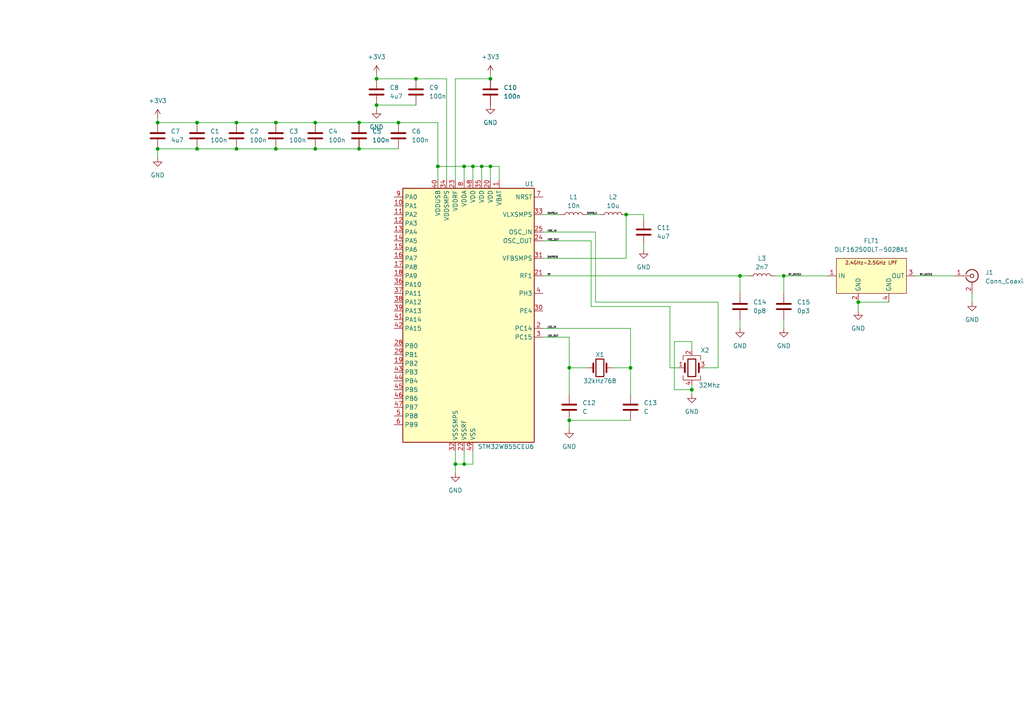
<source format=kicad_sch>
(kicad_sch (version 20230121) (generator eeschema)

  (uuid 0a8674c2-84d1-4f09-885d-6b5ed650d044)

  (paper "A4")

  (lib_symbols
    (symbol "Connector:Conn_Coaxial" (pin_names (offset 1.016) hide) (in_bom yes) (on_board yes)
      (property "Reference" "J" (at 0.254 3.048 0)
        (effects (font (size 1.27 1.27)))
      )
      (property "Value" "Conn_Coaxial" (at 2.921 0 90)
        (effects (font (size 1.27 1.27)))
      )
      (property "Footprint" "" (at 0 0 0)
        (effects (font (size 1.27 1.27)) hide)
      )
      (property "Datasheet" " ~" (at 0 0 0)
        (effects (font (size 1.27 1.27)) hide)
      )
      (property "ki_keywords" "BNC SMA SMB SMC LEMO coaxial connector CINCH RCA MCX MMCX U.FL UMRF" (at 0 0 0)
        (effects (font (size 1.27 1.27)) hide)
      )
      (property "ki_description" "coaxial connector (BNC, SMA, SMB, SMC, Cinch/RCA, LEMO, ...)" (at 0 0 0)
        (effects (font (size 1.27 1.27)) hide)
      )
      (property "ki_fp_filters" "*BNC* *SMA* *SMB* *SMC* *Cinch* *LEMO* *UMRF* *MCX* *U.FL*" (at 0 0 0)
        (effects (font (size 1.27 1.27)) hide)
      )
      (symbol "Conn_Coaxial_0_1"
        (arc (start -1.778 -0.508) (mid 0.2311 -1.8066) (end 1.778 0)
          (stroke (width 0.254) (type default))
          (fill (type none))
        )
        (polyline
          (pts
            (xy -2.54 0)
            (xy -0.508 0)
          )
          (stroke (width 0) (type default))
          (fill (type none))
        )
        (polyline
          (pts
            (xy 0 -2.54)
            (xy 0 -1.778)
          )
          (stroke (width 0) (type default))
          (fill (type none))
        )
        (circle (center 0 0) (radius 0.508)
          (stroke (width 0.2032) (type default))
          (fill (type none))
        )
        (arc (start 1.778 0) (mid 0.2099 1.8101) (end -1.778 0.508)
          (stroke (width 0.254) (type default))
          (fill (type none))
        )
      )
      (symbol "Conn_Coaxial_1_1"
        (pin passive line (at -5.08 0 0) (length 2.54)
          (name "In" (effects (font (size 1.27 1.27))))
          (number "1" (effects (font (size 1.27 1.27))))
        )
        (pin passive line (at 0 -5.08 90) (length 2.54)
          (name "Ext" (effects (font (size 1.27 1.27))))
          (number "2" (effects (font (size 1.27 1.27))))
        )
      )
    )
    (symbol "Device:C" (pin_numbers hide) (pin_names (offset 0.254)) (in_bom yes) (on_board yes)
      (property "Reference" "C" (at 0.635 2.54 0)
        (effects (font (size 1.27 1.27)) (justify left))
      )
      (property "Value" "C" (at 0.635 -2.54 0)
        (effects (font (size 1.27 1.27)) (justify left))
      )
      (property "Footprint" "" (at 0.9652 -3.81 0)
        (effects (font (size 1.27 1.27)) hide)
      )
      (property "Datasheet" "~" (at 0 0 0)
        (effects (font (size 1.27 1.27)) hide)
      )
      (property "ki_keywords" "cap capacitor" (at 0 0 0)
        (effects (font (size 1.27 1.27)) hide)
      )
      (property "ki_description" "Unpolarized capacitor" (at 0 0 0)
        (effects (font (size 1.27 1.27)) hide)
      )
      (property "ki_fp_filters" "C_*" (at 0 0 0)
        (effects (font (size 1.27 1.27)) hide)
      )
      (symbol "C_0_1"
        (polyline
          (pts
            (xy -2.032 -0.762)
            (xy 2.032 -0.762)
          )
          (stroke (width 0.508) (type default))
          (fill (type none))
        )
        (polyline
          (pts
            (xy -2.032 0.762)
            (xy 2.032 0.762)
          )
          (stroke (width 0.508) (type default))
          (fill (type none))
        )
      )
      (symbol "C_1_1"
        (pin passive line (at 0 3.81 270) (length 2.794)
          (name "~" (effects (font (size 1.27 1.27))))
          (number "1" (effects (font (size 1.27 1.27))))
        )
        (pin passive line (at 0 -3.81 90) (length 2.794)
          (name "~" (effects (font (size 1.27 1.27))))
          (number "2" (effects (font (size 1.27 1.27))))
        )
      )
    )
    (symbol "Device:Crystal" (pin_numbers hide) (pin_names (offset 1.016) hide) (in_bom yes) (on_board yes)
      (property "Reference" "Y" (at 0 3.81 0)
        (effects (font (size 1.27 1.27)))
      )
      (property "Value" "Crystal" (at 0 -3.81 0)
        (effects (font (size 1.27 1.27)))
      )
      (property "Footprint" "" (at 0 0 0)
        (effects (font (size 1.27 1.27)) hide)
      )
      (property "Datasheet" "~" (at 0 0 0)
        (effects (font (size 1.27 1.27)) hide)
      )
      (property "ki_keywords" "quartz ceramic resonator oscillator" (at 0 0 0)
        (effects (font (size 1.27 1.27)) hide)
      )
      (property "ki_description" "Two pin crystal" (at 0 0 0)
        (effects (font (size 1.27 1.27)) hide)
      )
      (property "ki_fp_filters" "Crystal*" (at 0 0 0)
        (effects (font (size 1.27 1.27)) hide)
      )
      (symbol "Crystal_0_1"
        (rectangle (start -1.143 2.54) (end 1.143 -2.54)
          (stroke (width 0.3048) (type default))
          (fill (type none))
        )
        (polyline
          (pts
            (xy -2.54 0)
            (xy -1.905 0)
          )
          (stroke (width 0) (type default))
          (fill (type none))
        )
        (polyline
          (pts
            (xy -1.905 -1.27)
            (xy -1.905 1.27)
          )
          (stroke (width 0.508) (type default))
          (fill (type none))
        )
        (polyline
          (pts
            (xy 1.905 -1.27)
            (xy 1.905 1.27)
          )
          (stroke (width 0.508) (type default))
          (fill (type none))
        )
        (polyline
          (pts
            (xy 2.54 0)
            (xy 1.905 0)
          )
          (stroke (width 0) (type default))
          (fill (type none))
        )
      )
      (symbol "Crystal_1_1"
        (pin passive line (at -3.81 0 0) (length 1.27)
          (name "1" (effects (font (size 1.27 1.27))))
          (number "1" (effects (font (size 1.27 1.27))))
        )
        (pin passive line (at 3.81 0 180) (length 1.27)
          (name "2" (effects (font (size 1.27 1.27))))
          (number "2" (effects (font (size 1.27 1.27))))
        )
      )
    )
    (symbol "Device:Crystal_GND24" (pin_names (offset 1.016) hide) (in_bom yes) (on_board yes)
      (property "Reference" "Y" (at 3.175 5.08 0)
        (effects (font (size 1.27 1.27)) (justify left))
      )
      (property "Value" "Crystal_GND24" (at 3.175 3.175 0)
        (effects (font (size 1.27 1.27)) (justify left))
      )
      (property "Footprint" "" (at 0 0 0)
        (effects (font (size 1.27 1.27)) hide)
      )
      (property "Datasheet" "~" (at 0 0 0)
        (effects (font (size 1.27 1.27)) hide)
      )
      (property "ki_keywords" "quartz ceramic resonator oscillator" (at 0 0 0)
        (effects (font (size 1.27 1.27)) hide)
      )
      (property "ki_description" "Four pin crystal, GND on pins 2 and 4" (at 0 0 0)
        (effects (font (size 1.27 1.27)) hide)
      )
      (property "ki_fp_filters" "Crystal*" (at 0 0 0)
        (effects (font (size 1.27 1.27)) hide)
      )
      (symbol "Crystal_GND24_0_1"
        (rectangle (start -1.143 2.54) (end 1.143 -2.54)
          (stroke (width 0.3048) (type default))
          (fill (type none))
        )
        (polyline
          (pts
            (xy -2.54 0)
            (xy -2.032 0)
          )
          (stroke (width 0) (type default))
          (fill (type none))
        )
        (polyline
          (pts
            (xy -2.032 -1.27)
            (xy -2.032 1.27)
          )
          (stroke (width 0.508) (type default))
          (fill (type none))
        )
        (polyline
          (pts
            (xy 0 -3.81)
            (xy 0 -3.556)
          )
          (stroke (width 0) (type default))
          (fill (type none))
        )
        (polyline
          (pts
            (xy 0 3.556)
            (xy 0 3.81)
          )
          (stroke (width 0) (type default))
          (fill (type none))
        )
        (polyline
          (pts
            (xy 2.032 -1.27)
            (xy 2.032 1.27)
          )
          (stroke (width 0.508) (type default))
          (fill (type none))
        )
        (polyline
          (pts
            (xy 2.032 0)
            (xy 2.54 0)
          )
          (stroke (width 0) (type default))
          (fill (type none))
        )
        (polyline
          (pts
            (xy -2.54 -2.286)
            (xy -2.54 -3.556)
            (xy 2.54 -3.556)
            (xy 2.54 -2.286)
          )
          (stroke (width 0) (type default))
          (fill (type none))
        )
        (polyline
          (pts
            (xy -2.54 2.286)
            (xy -2.54 3.556)
            (xy 2.54 3.556)
            (xy 2.54 2.286)
          )
          (stroke (width 0) (type default))
          (fill (type none))
        )
      )
      (symbol "Crystal_GND24_1_1"
        (pin passive line (at -3.81 0 0) (length 1.27)
          (name "1" (effects (font (size 1.27 1.27))))
          (number "1" (effects (font (size 1.27 1.27))))
        )
        (pin passive line (at 0 5.08 270) (length 1.27)
          (name "2" (effects (font (size 1.27 1.27))))
          (number "2" (effects (font (size 1.27 1.27))))
        )
        (pin passive line (at 3.81 0 180) (length 1.27)
          (name "3" (effects (font (size 1.27 1.27))))
          (number "3" (effects (font (size 1.27 1.27))))
        )
        (pin passive line (at 0 -5.08 90) (length 1.27)
          (name "4" (effects (font (size 1.27 1.27))))
          (number "4" (effects (font (size 1.27 1.27))))
        )
      )
    )
    (symbol "Device:L" (pin_numbers hide) (pin_names (offset 1.016) hide) (in_bom yes) (on_board yes)
      (property "Reference" "L" (at -1.27 0 90)
        (effects (font (size 1.27 1.27)))
      )
      (property "Value" "L" (at 1.905 0 90)
        (effects (font (size 1.27 1.27)))
      )
      (property "Footprint" "" (at 0 0 0)
        (effects (font (size 1.27 1.27)) hide)
      )
      (property "Datasheet" "~" (at 0 0 0)
        (effects (font (size 1.27 1.27)) hide)
      )
      (property "ki_keywords" "inductor choke coil reactor magnetic" (at 0 0 0)
        (effects (font (size 1.27 1.27)) hide)
      )
      (property "ki_description" "Inductor" (at 0 0 0)
        (effects (font (size 1.27 1.27)) hide)
      )
      (property "ki_fp_filters" "Choke_* *Coil* Inductor_* L_*" (at 0 0 0)
        (effects (font (size 1.27 1.27)) hide)
      )
      (symbol "L_0_1"
        (arc (start 0 -2.54) (mid 0.6323 -1.905) (end 0 -1.27)
          (stroke (width 0) (type default))
          (fill (type none))
        )
        (arc (start 0 -1.27) (mid 0.6323 -0.635) (end 0 0)
          (stroke (width 0) (type default))
          (fill (type none))
        )
        (arc (start 0 0) (mid 0.6323 0.635) (end 0 1.27)
          (stroke (width 0) (type default))
          (fill (type none))
        )
        (arc (start 0 1.27) (mid 0.6323 1.905) (end 0 2.54)
          (stroke (width 0) (type default))
          (fill (type none))
        )
      )
      (symbol "L_1_1"
        (pin passive line (at 0 3.81 270) (length 1.27)
          (name "1" (effects (font (size 1.27 1.27))))
          (number "1" (effects (font (size 1.27 1.27))))
        )
        (pin passive line (at 0 -3.81 90) (length 1.27)
          (name "2" (effects (font (size 1.27 1.27))))
          (number "2" (effects (font (size 1.27 1.27))))
        )
      )
    )
    (symbol "MCU_ST_STM32WB:STM32WB55CEUx" (in_bom yes) (on_board yes)
      (property "Reference" "U" (at -17.78 39.37 0)
        (effects (font (size 1.27 1.27)) (justify left))
      )
      (property "Value" "STM32WB55CEUx" (at 12.7 39.37 0)
        (effects (font (size 1.27 1.27)) (justify left))
      )
      (property "Footprint" "Package_DFN_QFN:QFN-48-1EP_7x7mm_P0.5mm_EP5.6x5.6mm" (at -17.78 -35.56 0)
        (effects (font (size 1.27 1.27)) (justify right) hide)
      )
      (property "Datasheet" "https://www.st.com/resource/en/datasheet/stm32wb55ce.pdf" (at 0 0 0)
        (effects (font (size 1.27 1.27)) hide)
      )
      (property "ki_locked" "" (at 0 0 0)
        (effects (font (size 1.27 1.27)))
      )
      (property "ki_keywords" "Arm Cortex-M4 STM32WB STM32WBx5" (at 0 0 0)
        (effects (font (size 1.27 1.27)) hide)
      )
      (property "ki_description" "STMicroelectronics Arm Cortex-M4 MCU, 512KB flash, 256KB RAM, 64 MHz, 1.71-3.6V, 30 GPIO, UFQFPN48" (at 0 0 0)
        (effects (font (size 1.27 1.27)) hide)
      )
      (property "ki_fp_filters" "QFN*1EP*7x7mm*P0.5mm*" (at 0 0 0)
        (effects (font (size 1.27 1.27)) hide)
      )
      (symbol "STM32WB55CEUx_0_1"
        (rectangle (start -17.78 -35.56) (end 20.32 38.1)
          (stroke (width 0.254) (type default))
          (fill (type background))
        )
      )
      (symbol "STM32WB55CEUx_1_1"
        (pin power_in line (at -7.62 40.64 270) (length 2.54)
          (name "VBAT" (effects (font (size 1.27 1.27))))
          (number "1" (effects (font (size 1.27 1.27))))
        )
        (pin bidirectional line (at 22.86 33.02 180) (length 2.54)
          (name "PA1" (effects (font (size 1.27 1.27))))
          (number "10" (effects (font (size 1.27 1.27))))
          (alternate "ADC1_IN6" bidirectional line)
          (alternate "COMP1_INP" bidirectional line)
          (alternate "I2C1_SMBA" bidirectional line)
          (alternate "LCD_SEG0" bidirectional line)
          (alternate "SPI1_SCK" bidirectional line)
          (alternate "TIM2_CH2" bidirectional line)
        )
        (pin bidirectional line (at 22.86 30.48 180) (length 2.54)
          (name "PA2" (effects (font (size 1.27 1.27))))
          (number "11" (effects (font (size 1.27 1.27))))
          (alternate "ADC1_IN7" bidirectional line)
          (alternate "COMP2_INM" bidirectional line)
          (alternate "COMP2_OUT" bidirectional line)
          (alternate "LCD_SEG1" bidirectional line)
          (alternate "LPUART1_TX" bidirectional line)
          (alternate "QUADSPI_BK1_NCS" bidirectional line)
          (alternate "RCC_LSCO" bidirectional line)
          (alternate "SYS_WKUP4" bidirectional line)
          (alternate "TIM2_CH3" bidirectional line)
        )
        (pin bidirectional line (at 22.86 27.94 180) (length 2.54)
          (name "PA3" (effects (font (size 1.27 1.27))))
          (number "12" (effects (font (size 1.27 1.27))))
          (alternate "ADC1_IN8" bidirectional line)
          (alternate "COMP2_INP" bidirectional line)
          (alternate "LCD_SEG2" bidirectional line)
          (alternate "LPUART1_RX" bidirectional line)
          (alternate "QUADSPI_CLK" bidirectional line)
          (alternate "SAI1_CK1" bidirectional line)
          (alternate "SAI1_MCLK_A" bidirectional line)
          (alternate "TIM2_CH4" bidirectional line)
        )
        (pin bidirectional line (at 22.86 25.4 180) (length 2.54)
          (name "PA4" (effects (font (size 1.27 1.27))))
          (number "13" (effects (font (size 1.27 1.27))))
          (alternate "ADC1_IN9" bidirectional line)
          (alternate "COMP1_INM" bidirectional line)
          (alternate "COMP2_INM" bidirectional line)
          (alternate "LCD_SEG5" bidirectional line)
          (alternate "LPTIM2_OUT" bidirectional line)
          (alternate "SAI1_FS_B" bidirectional line)
          (alternate "SPI1_NSS" bidirectional line)
        )
        (pin bidirectional line (at 22.86 22.86 180) (length 2.54)
          (name "PA5" (effects (font (size 1.27 1.27))))
          (number "14" (effects (font (size 1.27 1.27))))
          (alternate "ADC1_IN10" bidirectional line)
          (alternate "COMP1_INM" bidirectional line)
          (alternate "COMP2_INM" bidirectional line)
          (alternate "LPTIM2_ETR" bidirectional line)
          (alternate "SAI1_SD_B" bidirectional line)
          (alternate "SPI1_SCK" bidirectional line)
          (alternate "TIM2_CH1" bidirectional line)
          (alternate "TIM2_ETR" bidirectional line)
        )
        (pin bidirectional line (at 22.86 20.32 180) (length 2.54)
          (name "PA6" (effects (font (size 1.27 1.27))))
          (number "15" (effects (font (size 1.27 1.27))))
          (alternate "ADC1_IN11" bidirectional line)
          (alternate "LCD_SEG3" bidirectional line)
          (alternate "LPUART1_CTS" bidirectional line)
          (alternate "QUADSPI_BK1_IO3" bidirectional line)
          (alternate "SPI1_MISO" bidirectional line)
          (alternate "TIM16_CH1" bidirectional line)
          (alternate "TIM1_BKIN" bidirectional line)
        )
        (pin bidirectional line (at 22.86 17.78 180) (length 2.54)
          (name "PA7" (effects (font (size 1.27 1.27))))
          (number "16" (effects (font (size 1.27 1.27))))
          (alternate "ADC1_IN12" bidirectional line)
          (alternate "COMP2_OUT" bidirectional line)
          (alternate "I2C3_SCL" bidirectional line)
          (alternate "LCD_SEG4" bidirectional line)
          (alternate "QUADSPI_BK1_IO2" bidirectional line)
          (alternate "SPI1_MOSI" bidirectional line)
          (alternate "TIM17_CH1" bidirectional line)
          (alternate "TIM1_CH1N" bidirectional line)
        )
        (pin bidirectional line (at 22.86 15.24 180) (length 2.54)
          (name "PA8" (effects (font (size 1.27 1.27))))
          (number "17" (effects (font (size 1.27 1.27))))
          (alternate "ADC1_IN15" bidirectional line)
          (alternate "LCD_COM0" bidirectional line)
          (alternate "LPTIM2_OUT" bidirectional line)
          (alternate "RCC_MCO" bidirectional line)
          (alternate "SAI1_CK2" bidirectional line)
          (alternate "SAI1_SCK_A" bidirectional line)
          (alternate "TIM1_CH1" bidirectional line)
          (alternate "USART1_CK" bidirectional line)
        )
        (pin bidirectional line (at 22.86 12.7 180) (length 2.54)
          (name "PA9" (effects (font (size 1.27 1.27))))
          (number "18" (effects (font (size 1.27 1.27))))
          (alternate "ADC1_IN16" bidirectional line)
          (alternate "COMP1_INM" bidirectional line)
          (alternate "I2C1_SCL" bidirectional line)
          (alternate "LCD_COM1" bidirectional line)
          (alternate "SAI1_D2" bidirectional line)
          (alternate "SAI1_FS_A" bidirectional line)
          (alternate "TIM1_CH2" bidirectional line)
          (alternate "USART1_TX" bidirectional line)
        )
        (pin bidirectional line (at 22.86 -12.7 180) (length 2.54)
          (name "PB2" (effects (font (size 1.27 1.27))))
          (number "19" (effects (font (size 1.27 1.27))))
          (alternate "COMP1_INP" bidirectional line)
          (alternate "I2C3_SMBA" bidirectional line)
          (alternate "LCD_VLCD" bidirectional line)
          (alternate "LPTIM1_OUT" bidirectional line)
          (alternate "RTC_OUT2" bidirectional line)
          (alternate "SAI1_EXTCLK" bidirectional line)
          (alternate "SPI1_NSS" bidirectional line)
        )
        (pin bidirectional line (at -20.32 -2.54 0) (length 2.54)
          (name "PC14" (effects (font (size 1.27 1.27))))
          (number "2" (effects (font (size 1.27 1.27))))
          (alternate "RCC_OSC32_IN" bidirectional line)
        )
        (pin power_in line (at -5.08 40.64 270) (length 2.54)
          (name "VDD" (effects (font (size 1.27 1.27))))
          (number "20" (effects (font (size 1.27 1.27))))
        )
        (pin bidirectional line (at -20.32 12.7 0) (length 2.54)
          (name "RF1" (effects (font (size 1.27 1.27))))
          (number "21" (effects (font (size 1.27 1.27))))
          (alternate "RF_RF1" bidirectional line)
        )
        (pin power_in line (at 2.54 -38.1 90) (length 2.54)
          (name "VSSRF" (effects (font (size 1.27 1.27))))
          (number "22" (effects (font (size 1.27 1.27))))
        )
        (pin power_in line (at 5.08 40.64 270) (length 2.54)
          (name "VDDRF" (effects (font (size 1.27 1.27))))
          (number "23" (effects (font (size 1.27 1.27))))
        )
        (pin input line (at -20.32 22.86 0) (length 2.54)
          (name "OSC_OUT" (effects (font (size 1.27 1.27))))
          (number "24" (effects (font (size 1.27 1.27))))
          (alternate "RCC_OSC_OUT" bidirectional line)
        )
        (pin input line (at -20.32 25.4 0) (length 2.54)
          (name "OSC_IN" (effects (font (size 1.27 1.27))))
          (number "25" (effects (font (size 1.27 1.27))))
          (alternate "RCC_OSC_IN" bidirectional line)
        )
        (pin no_connect line (at -17.78 -35.56 0) (length 2.54) hide
          (name "AT0" (effects (font (size 1.27 1.27))))
          (number "26" (effects (font (size 1.27 1.27))))
        )
        (pin no_connect line (at -17.78 -33.02 0) (length 2.54) hide
          (name "AT1" (effects (font (size 1.27 1.27))))
          (number "27" (effects (font (size 1.27 1.27))))
        )
        (pin bidirectional line (at 22.86 -7.62 180) (length 2.54)
          (name "PB0" (effects (font (size 1.27 1.27))))
          (number "28" (effects (font (size 1.27 1.27))))
          (alternate "COMP1_OUT" bidirectional line)
          (alternate "RF_TX_MOD_EXT_PA" bidirectional line)
        )
        (pin bidirectional line (at 22.86 -10.16 180) (length 2.54)
          (name "PB1" (effects (font (size 1.27 1.27))))
          (number "29" (effects (font (size 1.27 1.27))))
          (alternate "LPTIM2_IN1" bidirectional line)
          (alternate "LPUART1_DE" bidirectional line)
          (alternate "LPUART1_RTS" bidirectional line)
        )
        (pin bidirectional line (at -20.32 -5.08 0) (length 2.54)
          (name "PC15" (effects (font (size 1.27 1.27))))
          (number "3" (effects (font (size 1.27 1.27))))
          (alternate "ADC1_EXTI15" bidirectional line)
          (alternate "RCC_OSC32_OUT" bidirectional line)
        )
        (pin bidirectional line (at -20.32 2.54 0) (length 2.54)
          (name "PE4" (effects (font (size 1.27 1.27))))
          (number "30" (effects (font (size 1.27 1.27))))
        )
        (pin input line (at -20.32 17.78 0) (length 2.54)
          (name "VFBSMPS" (effects (font (size 1.27 1.27))))
          (number "31" (effects (font (size 1.27 1.27))))
        )
        (pin power_in line (at 5.08 -38.1 90) (length 2.54)
          (name "VSSSMPS" (effects (font (size 1.27 1.27))))
          (number "32" (effects (font (size 1.27 1.27))))
        )
        (pin power_in line (at -20.32 30.48 0) (length 2.54)
          (name "VLXSMPS" (effects (font (size 1.27 1.27))))
          (number "33" (effects (font (size 1.27 1.27))))
        )
        (pin power_in line (at 7.62 40.64 270) (length 2.54)
          (name "VDDSMPS" (effects (font (size 1.27 1.27))))
          (number "34" (effects (font (size 1.27 1.27))))
        )
        (pin power_in line (at -2.54 40.64 270) (length 2.54)
          (name "VDD" (effects (font (size 1.27 1.27))))
          (number "35" (effects (font (size 1.27 1.27))))
        )
        (pin bidirectional line (at 22.86 10.16 180) (length 2.54)
          (name "PA10" (effects (font (size 1.27 1.27))))
          (number "36" (effects (font (size 1.27 1.27))))
          (alternate "CRS_SYNC" bidirectional line)
          (alternate "I2C1_SDA" bidirectional line)
          (alternate "LCD_COM2" bidirectional line)
          (alternate "SAI1_D1" bidirectional line)
          (alternate "SAI1_SD_A" bidirectional line)
          (alternate "TIM17_BKIN" bidirectional line)
          (alternate "TIM1_CH3" bidirectional line)
          (alternate "USART1_RX" bidirectional line)
        )
        (pin bidirectional line (at 22.86 7.62 180) (length 2.54)
          (name "PA11" (effects (font (size 1.27 1.27))))
          (number "37" (effects (font (size 1.27 1.27))))
          (alternate "ADC1_EXTI11" bidirectional line)
          (alternate "SPI1_MISO" bidirectional line)
          (alternate "TIM1_BKIN2" bidirectional line)
          (alternate "TIM1_CH4" bidirectional line)
          (alternate "USART1_CTS" bidirectional line)
          (alternate "USART1_NSS" bidirectional line)
          (alternate "USB_DM" bidirectional line)
        )
        (pin bidirectional line (at 22.86 5.08 180) (length 2.54)
          (name "PA12" (effects (font (size 1.27 1.27))))
          (number "38" (effects (font (size 1.27 1.27))))
          (alternate "LPUART1_RX" bidirectional line)
          (alternate "SPI1_MOSI" bidirectional line)
          (alternate "TIM1_ETR" bidirectional line)
          (alternate "USART1_DE" bidirectional line)
          (alternate "USART1_RTS" bidirectional line)
          (alternate "USB_DP" bidirectional line)
        )
        (pin bidirectional line (at 22.86 2.54 180) (length 2.54)
          (name "PA13" (effects (font (size 1.27 1.27))))
          (number "39" (effects (font (size 1.27 1.27))))
          (alternate "IR_OUT" bidirectional line)
          (alternate "SAI1_SD_B" bidirectional line)
          (alternate "SYS_JTMS-SWDIO" bidirectional line)
          (alternate "USB_NOE" bidirectional line)
        )
        (pin bidirectional line (at -20.32 7.62 0) (length 2.54)
          (name "PH3" (effects (font (size 1.27 1.27))))
          (number "4" (effects (font (size 1.27 1.27))))
          (alternate "RCC_LSCO" bidirectional line)
        )
        (pin power_in line (at 10.16 40.64 270) (length 2.54)
          (name "VDDUSB" (effects (font (size 1.27 1.27))))
          (number "40" (effects (font (size 1.27 1.27))))
        )
        (pin bidirectional line (at 22.86 0 180) (length 2.54)
          (name "PA14" (effects (font (size 1.27 1.27))))
          (number "41" (effects (font (size 1.27 1.27))))
          (alternate "I2C1_SMBA" bidirectional line)
          (alternate "LCD_SEG5" bidirectional line)
          (alternate "LPTIM1_OUT" bidirectional line)
          (alternate "SAI1_FS_B" bidirectional line)
          (alternate "SYS_JTCK-SWCLK" bidirectional line)
        )
        (pin bidirectional line (at 22.86 -2.54 180) (length 2.54)
          (name "PA15" (effects (font (size 1.27 1.27))))
          (number "42" (effects (font (size 1.27 1.27))))
          (alternate "ADC1_EXTI15" bidirectional line)
          (alternate "LCD_SEG17" bidirectional line)
          (alternate "RCC_MCO" bidirectional line)
          (alternate "SPI1_NSS" bidirectional line)
          (alternate "SYS_JTDI" bidirectional line)
          (alternate "TIM2_CH1" bidirectional line)
          (alternate "TIM2_ETR" bidirectional line)
        )
        (pin bidirectional line (at 22.86 -15.24 180) (length 2.54)
          (name "PB3" (effects (font (size 1.27 1.27))))
          (number "43" (effects (font (size 1.27 1.27))))
          (alternate "COMP2_INM" bidirectional line)
          (alternate "LCD_SEG7" bidirectional line)
          (alternate "SAI1_SCK_B" bidirectional line)
          (alternate "SPI1_SCK" bidirectional line)
          (alternate "SYS_JTDO-SWO" bidirectional line)
          (alternate "TIM2_CH2" bidirectional line)
          (alternate "USART1_DE" bidirectional line)
          (alternate "USART1_RTS" bidirectional line)
        )
        (pin bidirectional line (at 22.86 -17.78 180) (length 2.54)
          (name "PB4" (effects (font (size 1.27 1.27))))
          (number "44" (effects (font (size 1.27 1.27))))
          (alternate "COMP2_INP" bidirectional line)
          (alternate "I2C3_SDA" bidirectional line)
          (alternate "LCD_SEG8" bidirectional line)
          (alternate "SAI1_MCLK_B" bidirectional line)
          (alternate "SPI1_MISO" bidirectional line)
          (alternate "SYS_JTRST" bidirectional line)
          (alternate "TIM17_BKIN" bidirectional line)
          (alternate "USART1_CTS" bidirectional line)
          (alternate "USART1_NSS" bidirectional line)
        )
        (pin bidirectional line (at 22.86 -20.32 180) (length 2.54)
          (name "PB5" (effects (font (size 1.27 1.27))))
          (number "45" (effects (font (size 1.27 1.27))))
          (alternate "COMP2_OUT" bidirectional line)
          (alternate "I2C1_SMBA" bidirectional line)
          (alternate "LCD_SEG9" bidirectional line)
          (alternate "LPTIM1_IN1" bidirectional line)
          (alternate "LPUART1_TX" bidirectional line)
          (alternate "SAI1_SD_B" bidirectional line)
          (alternate "SPI1_MOSI" bidirectional line)
          (alternate "TIM16_BKIN" bidirectional line)
          (alternate "USART1_CK" bidirectional line)
        )
        (pin bidirectional line (at 22.86 -22.86 180) (length 2.54)
          (name "PB6" (effects (font (size 1.27 1.27))))
          (number "46" (effects (font (size 1.27 1.27))))
          (alternate "COMP2_INP" bidirectional line)
          (alternate "I2C1_SCL" bidirectional line)
          (alternate "LCD_SEG6" bidirectional line)
          (alternate "LPTIM1_ETR" bidirectional line)
          (alternate "RCC_MCO" bidirectional line)
          (alternate "SAI1_FS_B" bidirectional line)
          (alternate "TIM16_CH1N" bidirectional line)
          (alternate "USART1_TX" bidirectional line)
        )
        (pin bidirectional line (at 22.86 -25.4 180) (length 2.54)
          (name "PB7" (effects (font (size 1.27 1.27))))
          (number "47" (effects (font (size 1.27 1.27))))
          (alternate "COMP2_INM" bidirectional line)
          (alternate "I2C1_SDA" bidirectional line)
          (alternate "LCD_SEG21" bidirectional line)
          (alternate "LPTIM1_IN2" bidirectional line)
          (alternate "SYS_PVD_IN" bidirectional line)
          (alternate "TIM17_CH1N" bidirectional line)
          (alternate "TIM1_BKIN" bidirectional line)
          (alternate "USART1_RX" bidirectional line)
        )
        (pin power_in line (at 0 40.64 270) (length 2.54)
          (name "VDD" (effects (font (size 1.27 1.27))))
          (number "48" (effects (font (size 1.27 1.27))))
        )
        (pin power_in line (at 0 -38.1 90) (length 2.54)
          (name "VSS" (effects (font (size 1.27 1.27))))
          (number "49" (effects (font (size 1.27 1.27))))
        )
        (pin bidirectional line (at 22.86 -27.94 180) (length 2.54)
          (name "PB8" (effects (font (size 1.27 1.27))))
          (number "5" (effects (font (size 1.27 1.27))))
          (alternate "I2C1_SCL" bidirectional line)
          (alternate "LCD_SEG16" bidirectional line)
          (alternate "QUADSPI_BK1_IO1" bidirectional line)
          (alternate "SAI1_CK1" bidirectional line)
          (alternate "SAI1_MCLK_A" bidirectional line)
          (alternate "TIM16_CH1" bidirectional line)
          (alternate "TIM1_CH2N" bidirectional line)
        )
        (pin bidirectional line (at 22.86 -30.48 180) (length 2.54)
          (name "PB9" (effects (font (size 1.27 1.27))))
          (number "6" (effects (font (size 1.27 1.27))))
          (alternate "I2C1_SDA" bidirectional line)
          (alternate "IR_OUT" bidirectional line)
          (alternate "LCD_COM3" bidirectional line)
          (alternate "QUADSPI_BK1_IO0" bidirectional line)
          (alternate "SAI1_D2" bidirectional line)
          (alternate "SAI1_FS_A" bidirectional line)
          (alternate "TIM17_CH1" bidirectional line)
          (alternate "TIM1_CH3N" bidirectional line)
        )
        (pin input line (at -20.32 35.56 0) (length 2.54)
          (name "NRST" (effects (font (size 1.27 1.27))))
          (number "7" (effects (font (size 1.27 1.27))))
        )
        (pin power_in line (at 2.54 40.64 270) (length 2.54)
          (name "VDDA" (effects (font (size 1.27 1.27))))
          (number "8" (effects (font (size 1.27 1.27))))
        )
        (pin bidirectional line (at 22.86 35.56 180) (length 2.54)
          (name "PA0" (effects (font (size 1.27 1.27))))
          (number "9" (effects (font (size 1.27 1.27))))
          (alternate "ADC1_IN5" bidirectional line)
          (alternate "COMP1_INM" bidirectional line)
          (alternate "COMP1_OUT" bidirectional line)
          (alternate "RTC_TAMP2" bidirectional line)
          (alternate "SAI1_EXTCLK" bidirectional line)
          (alternate "SYS_WKUP1" bidirectional line)
          (alternate "TIM2_CH1" bidirectional line)
          (alternate "TIM2_ETR" bidirectional line)
        )
      )
    )
    (symbol "New_Library:DLF162500LT-5028A1" (in_bom yes) (on_board yes)
      (property "Reference" "FLT" (at 0 6.35 0)
        (effects (font (size 1.27 1.27)))
      )
      (property "Value" "DLF162500LT-5028A1" (at 0 0 0)
        (effects (font (size 1.27 1.27)))
      )
      (property "Footprint" "" (at 0 0 0)
        (effects (font (size 1.27 1.27)) hide)
      )
      (property "Datasheet" "https://www.mouser.de/ProductDetail/TDK/DLF162500LT-5028A1?qs=U%2FZX79kHR%2FlwIbAISCs3qA%3D%3D" (at 0 0 0)
        (effects (font (size 1.27 1.27)) hide)
      )
      (symbol "DLF162500LT-5028A1_0_0"
        (pin passive line (at -12.7 0 0) (length 2.54)
          (name "IN" (effects (font (size 1.27 1.27))))
          (number "1" (effects (font (size 1.27 1.27))))
        )
        (pin passive line (at -3.81 -7.62 90) (length 2.54)
          (name "GND" (effects (font (size 1.27 1.27))))
          (number "2" (effects (font (size 1.27 1.27))))
        )
        (pin passive line (at 12.7 0 180) (length 2.54)
          (name "OUT" (effects (font (size 1.27 1.27))))
          (number "3" (effects (font (size 1.27 1.27))))
        )
        (pin passive line (at 5.08 -7.62 90) (length 2.54)
          (name "GND" (effects (font (size 1.27 1.27))))
          (number "4" (effects (font (size 1.27 1.27))))
        )
      )
      (symbol "DLF162500LT-5028A1_1_1"
        (rectangle (start -10.16 5.08) (end 10.16 -5.08)
          (stroke (width 0) (type default))
          (fill (type background))
        )
        (text "2.4GHz-2.5GHz LPF" (at 0 3.81 0)
          (effects (font (size 1 1)))
        )
      )
    )
    (symbol "power:+3V3" (power) (pin_names (offset 0)) (in_bom yes) (on_board yes)
      (property "Reference" "#PWR" (at 0 -3.81 0)
        (effects (font (size 1.27 1.27)) hide)
      )
      (property "Value" "+3V3" (at 0 3.556 0)
        (effects (font (size 1.27 1.27)))
      )
      (property "Footprint" "" (at 0 0 0)
        (effects (font (size 1.27 1.27)) hide)
      )
      (property "Datasheet" "" (at 0 0 0)
        (effects (font (size 1.27 1.27)) hide)
      )
      (property "ki_keywords" "global power" (at 0 0 0)
        (effects (font (size 1.27 1.27)) hide)
      )
      (property "ki_description" "Power symbol creates a global label with name \"+3V3\"" (at 0 0 0)
        (effects (font (size 1.27 1.27)) hide)
      )
      (symbol "+3V3_0_1"
        (polyline
          (pts
            (xy -0.762 1.27)
            (xy 0 2.54)
          )
          (stroke (width 0) (type default))
          (fill (type none))
        )
        (polyline
          (pts
            (xy 0 0)
            (xy 0 2.54)
          )
          (stroke (width 0) (type default))
          (fill (type none))
        )
        (polyline
          (pts
            (xy 0 2.54)
            (xy 0.762 1.27)
          )
          (stroke (width 0) (type default))
          (fill (type none))
        )
      )
      (symbol "+3V3_1_1"
        (pin power_in line (at 0 0 90) (length 0) hide
          (name "+3V3" (effects (font (size 1.27 1.27))))
          (number "1" (effects (font (size 1.27 1.27))))
        )
      )
    )
    (symbol "power:GND" (power) (pin_names (offset 0)) (in_bom yes) (on_board yes)
      (property "Reference" "#PWR" (at 0 -6.35 0)
        (effects (font (size 1.27 1.27)) hide)
      )
      (property "Value" "GND" (at 0 -3.81 0)
        (effects (font (size 1.27 1.27)))
      )
      (property "Footprint" "" (at 0 0 0)
        (effects (font (size 1.27 1.27)) hide)
      )
      (property "Datasheet" "" (at 0 0 0)
        (effects (font (size 1.27 1.27)) hide)
      )
      (property "ki_keywords" "global power" (at 0 0 0)
        (effects (font (size 1.27 1.27)) hide)
      )
      (property "ki_description" "Power symbol creates a global label with name \"GND\" , ground" (at 0 0 0)
        (effects (font (size 1.27 1.27)) hide)
      )
      (symbol "GND_0_1"
        (polyline
          (pts
            (xy 0 0)
            (xy 0 -1.27)
            (xy 1.27 -1.27)
            (xy 0 -2.54)
            (xy -1.27 -1.27)
            (xy 0 -1.27)
          )
          (stroke (width 0) (type default))
          (fill (type none))
        )
      )
      (symbol "GND_1_1"
        (pin power_in line (at 0 0 270) (length 0) hide
          (name "GND" (effects (font (size 1.27 1.27))))
          (number "1" (effects (font (size 1.27 1.27))))
        )
      )
    )
  )

  (junction (at 57.15 43.18) (diameter 0) (color 0 0 0 0)
    (uuid 0781e41d-20d4-497d-96e5-16e9e708dc81)
  )
  (junction (at 248.92 87.63) (diameter 0) (color 0 0 0 0)
    (uuid 0836d2f5-a4c2-4413-bc17-c8f322919d51)
  )
  (junction (at 68.58 35.56) (diameter 0) (color 0 0 0 0)
    (uuid 09dac105-a2d9-401d-9674-06c9347c237c)
  )
  (junction (at 214.63 80.01) (diameter 0) (color 0 0 0 0)
    (uuid 10d7b8e8-dee4-4d65-bc68-25c5ead84bc5)
  )
  (junction (at 104.14 35.56) (diameter 0) (color 0 0 0 0)
    (uuid 11a9be5a-ab99-42d8-b786-4a532d002901)
  )
  (junction (at 134.62 134.62) (diameter 0) (color 0 0 0 0)
    (uuid 1227a351-d962-4bf0-8928-85104ee2ae87)
  )
  (junction (at 91.44 43.18) (diameter 0) (color 0 0 0 0)
    (uuid 1a7a9f60-3cae-4016-9b93-8531af5b3d02)
  )
  (junction (at 68.58 43.18) (diameter 0) (color 0 0 0 0)
    (uuid 27842986-5513-4ee1-9348-20e6267c97f1)
  )
  (junction (at 142.24 22.86) (diameter 0) (color 0 0 0 0)
    (uuid 32b0c1dc-0bd2-44c8-aff4-b33891103830)
  )
  (junction (at 165.1 121.92) (diameter 0) (color 0 0 0 0)
    (uuid 350c37ea-9577-4590-a6b0-a8c6f13a6a4c)
  )
  (junction (at 165.1 106.68) (diameter 0) (color 0 0 0 0)
    (uuid 40287cbc-424d-4509-a542-bde9654950d4)
  )
  (junction (at 142.24 48.26) (diameter 0) (color 0 0 0 0)
    (uuid 41ce1e6d-ed11-411d-8e6d-74b3c9ce04c8)
  )
  (junction (at 182.88 106.68) (diameter 0) (color 0 0 0 0)
    (uuid 5875845a-b8dd-44c7-b65a-3d3020f148d7)
  )
  (junction (at 227.33 80.01) (diameter 0) (color 0 0 0 0)
    (uuid 5affcdd0-e0cb-4cad-849f-fdfc64132c7f)
  )
  (junction (at 109.22 30.48) (diameter 0) (color 0 0 0 0)
    (uuid 63dd28e8-f644-4de3-8190-3e5831b7dd5b)
  )
  (junction (at 115.57 35.56) (diameter 0) (color 0 0 0 0)
    (uuid 7e47a00b-d5bf-46b0-9474-4c3d6ad7f763)
  )
  (junction (at 181.61 62.23) (diameter 0) (color 0 0 0 0)
    (uuid 84b0df85-b6e5-4327-84c6-59c0de628c49)
  )
  (junction (at 104.14 43.18) (diameter 0) (color 0 0 0 0)
    (uuid 8cb805ff-8530-4ed8-844b-553e32f363af)
  )
  (junction (at 134.62 48.26) (diameter 0) (color 0 0 0 0)
    (uuid 9043cedd-9f12-4d93-a565-d45934cc6013)
  )
  (junction (at 120.65 22.86) (diameter 0) (color 0 0 0 0)
    (uuid 9a12e202-7849-4d5b-adfa-892f085e2efc)
  )
  (junction (at 132.08 134.62) (diameter 0) (color 0 0 0 0)
    (uuid 9a433d7e-45eb-4608-9caa-d898f0b55066)
  )
  (junction (at 45.72 35.56) (diameter 0) (color 0 0 0 0)
    (uuid af637729-7635-42cb-924b-13beec5656a3)
  )
  (junction (at 200.66 113.03) (diameter 0) (color 0 0 0 0)
    (uuid b9a9433f-2d9b-499b-aedb-9bac07d3cc83)
  )
  (junction (at 80.01 43.18) (diameter 0) (color 0 0 0 0)
    (uuid c20c9cc8-1152-4c17-9f84-4211c1adda77)
  )
  (junction (at 91.44 35.56) (diameter 0) (color 0 0 0 0)
    (uuid c2fce50b-be5c-43fd-8256-a9f6e1e364cc)
  )
  (junction (at 139.7 48.26) (diameter 0) (color 0 0 0 0)
    (uuid e28f1c90-2924-4562-b299-9f1fd763892a)
  )
  (junction (at 57.15 35.56) (diameter 0) (color 0 0 0 0)
    (uuid eeab4f0a-7402-4d1f-b6e6-3ffc4b219f1a)
  )
  (junction (at 109.22 22.86) (diameter 0) (color 0 0 0 0)
    (uuid f04d568f-b776-4cf2-abff-9c4f30e78ba1)
  )
  (junction (at 137.16 48.26) (diameter 0) (color 0 0 0 0)
    (uuid f81c69cb-c898-45ae-81b8-6bddf5877e95)
  )
  (junction (at 45.72 43.18) (diameter 0) (color 0 0 0 0)
    (uuid fbfe80b5-d989-44f1-add4-3e23e7528c0a)
  )
  (junction (at 127 48.26) (diameter 0) (color 0 0 0 0)
    (uuid fcd4d7da-64cf-4064-8148-5c7d6d43cc65)
  )
  (junction (at 80.01 35.56) (diameter 0) (color 0 0 0 0)
    (uuid ffa90511-d4a0-43fb-915f-597c78f442c6)
  )

  (wire (pts (xy 182.88 106.68) (xy 182.88 114.3))
    (stroke (width 0) (type default))
    (uuid 014dbe6f-0532-4dbc-969c-b7b9dce95f5f)
  )
  (wire (pts (xy 157.48 74.93) (xy 181.61 74.93))
    (stroke (width 0) (type default))
    (uuid 03317aaa-6a7b-4fb4-8678-af3f095d1589)
  )
  (wire (pts (xy 170.18 62.23) (xy 173.99 62.23))
    (stroke (width 0) (type default))
    (uuid 0957742f-2346-472f-bf20-e40958e746be)
  )
  (wire (pts (xy 186.69 71.12) (xy 186.69 72.39))
    (stroke (width 0) (type default))
    (uuid 096a51c5-b039-44a8-9319-744c9b07e894)
  )
  (wire (pts (xy 109.22 22.86) (xy 120.65 22.86))
    (stroke (width 0) (type default))
    (uuid 096adb19-e2aa-49dd-b41a-c8fb1948f040)
  )
  (wire (pts (xy 165.1 106.68) (xy 165.1 114.3))
    (stroke (width 0) (type default))
    (uuid 0a931d7f-7cbd-4215-ad1f-b66d27c5940e)
  )
  (wire (pts (xy 57.15 43.18) (xy 68.58 43.18))
    (stroke (width 0) (type default))
    (uuid 0d00b141-3d2f-4bd6-ade3-b99253f66eb3)
  )
  (wire (pts (xy 204.47 106.68) (xy 208.28 106.68))
    (stroke (width 0) (type default))
    (uuid 122385e7-1c16-48f2-a5dc-e3f9f861a84f)
  )
  (wire (pts (xy 186.69 62.23) (xy 186.69 63.5))
    (stroke (width 0) (type default))
    (uuid 12cf986d-5eaa-4107-ad49-ea19e88d6712)
  )
  (wire (pts (xy 165.1 97.79) (xy 165.1 106.68))
    (stroke (width 0) (type default))
    (uuid 15c91888-163a-4bd8-be91-a537c1e47f83)
  )
  (wire (pts (xy 132.08 22.86) (xy 142.24 22.86))
    (stroke (width 0) (type default))
    (uuid 171ed9b8-980e-437c-ba83-80a36da3d571)
  )
  (wire (pts (xy 109.22 30.48) (xy 109.22 31.75))
    (stroke (width 0) (type default))
    (uuid 1883d90e-b64b-4321-ac9b-6c679e002e16)
  )
  (wire (pts (xy 91.44 43.18) (xy 104.14 43.18))
    (stroke (width 0) (type default))
    (uuid 18f48850-c767-4b55-8902-0f572e8b3073)
  )
  (wire (pts (xy 45.72 34.29) (xy 45.72 35.56))
    (stroke (width 0) (type default))
    (uuid 19671936-dc53-46eb-b8d8-cf5d5e8f7bc8)
  )
  (wire (pts (xy 139.7 48.26) (xy 139.7 52.07))
    (stroke (width 0) (type default))
    (uuid 19ecf643-8a75-4c03-a8d1-d9ea859ec4b1)
  )
  (wire (pts (xy 157.48 97.79) (xy 165.1 97.79))
    (stroke (width 0) (type default))
    (uuid 1bd746f7-2d68-4682-8108-2c8bb4bef554)
  )
  (wire (pts (xy 104.14 43.18) (xy 115.57 43.18))
    (stroke (width 0) (type default))
    (uuid 24dab7dc-5819-4d26-a9d2-4858a91170a7)
  )
  (wire (pts (xy 137.16 130.81) (xy 137.16 134.62))
    (stroke (width 0) (type default))
    (uuid 31b33668-fc87-4ef2-b397-67875fb5c1da)
  )
  (wire (pts (xy 181.61 62.23) (xy 181.61 74.93))
    (stroke (width 0) (type default))
    (uuid 346b93c6-f1d1-43d0-93bd-e2685474c808)
  )
  (wire (pts (xy 120.65 22.86) (xy 129.54 22.86))
    (stroke (width 0) (type default))
    (uuid 3483220b-795e-45ec-855d-b62396944c0c)
  )
  (wire (pts (xy 144.78 52.07) (xy 144.78 48.26))
    (stroke (width 0) (type default))
    (uuid 3b1a3aee-6ca7-4c46-9bf0-e672a1999fe8)
  )
  (wire (pts (xy 91.44 35.56) (xy 104.14 35.56))
    (stroke (width 0) (type default))
    (uuid 3e991944-a773-4f59-9d7c-4dd745de7984)
  )
  (wire (pts (xy 109.22 21.59) (xy 109.22 22.86))
    (stroke (width 0) (type default))
    (uuid 3f6f2400-c439-44f3-a93f-a61aa364d62b)
  )
  (wire (pts (xy 134.62 134.62) (xy 137.16 134.62))
    (stroke (width 0) (type default))
    (uuid 44bfcff9-121a-4b39-91a6-bbae94d24ed7)
  )
  (wire (pts (xy 115.57 35.56) (xy 127 35.56))
    (stroke (width 0) (type default))
    (uuid 47e6ffb7-ca2b-481d-bd4d-a849337999c2)
  )
  (wire (pts (xy 248.92 87.63) (xy 257.81 87.63))
    (stroke (width 0) (type default))
    (uuid 4b9ae1d0-e59b-4dcb-a35c-f5ae7079836e)
  )
  (wire (pts (xy 200.66 113.03) (xy 200.66 114.3))
    (stroke (width 0) (type default))
    (uuid 4d835aa2-234f-42b8-a292-34038df3e06c)
  )
  (wire (pts (xy 227.33 80.01) (xy 240.03 80.01))
    (stroke (width 0) (type default))
    (uuid 5192389c-3a21-45ef-b2f3-f170df44ad6c)
  )
  (wire (pts (xy 214.63 92.71) (xy 214.63 95.25))
    (stroke (width 0) (type default))
    (uuid 549465f8-d369-4239-b000-59545a7b73c6)
  )
  (wire (pts (xy 171.45 88.9) (xy 194.31 88.9))
    (stroke (width 0) (type default))
    (uuid 554bd4a5-7290-4992-9768-72b1a8b64020)
  )
  (wire (pts (xy 68.58 43.18) (xy 80.01 43.18))
    (stroke (width 0) (type default))
    (uuid 5af0feac-f493-4f63-9140-43966c9b7b04)
  )
  (wire (pts (xy 127 35.56) (xy 127 48.26))
    (stroke (width 0) (type default))
    (uuid 5bf5db5a-ed28-4e4d-beeb-1015ae912faf)
  )
  (wire (pts (xy 142.24 48.26) (xy 139.7 48.26))
    (stroke (width 0) (type default))
    (uuid 5d20cceb-397c-4792-8fed-fc1c212fa1c2)
  )
  (wire (pts (xy 194.31 88.9) (xy 194.31 106.68))
    (stroke (width 0) (type default))
    (uuid 5f5e52dd-29ec-4932-9ba7-a1cb908c7c16)
  )
  (wire (pts (xy 45.72 35.56) (xy 57.15 35.56))
    (stroke (width 0) (type default))
    (uuid 620da43c-965e-4b4d-b793-1c107e3769db)
  )
  (wire (pts (xy 144.78 48.26) (xy 142.24 48.26))
    (stroke (width 0) (type default))
    (uuid 65b1e1c3-95e1-4c7c-b58e-1518c2ef4056)
  )
  (wire (pts (xy 200.66 99.06) (xy 195.58 99.06))
    (stroke (width 0) (type default))
    (uuid 72669846-ead5-4dc4-b495-8c3e16d1a43b)
  )
  (wire (pts (xy 265.43 80.01) (xy 276.86 80.01))
    (stroke (width 0) (type default))
    (uuid 74267dc8-38ef-4f8d-8002-76d7a98c11bc)
  )
  (wire (pts (xy 227.33 92.71) (xy 227.33 95.25))
    (stroke (width 0) (type default))
    (uuid 74460eb6-21d4-4f02-9459-9fc608c4b832)
  )
  (wire (pts (xy 139.7 48.26) (xy 137.16 48.26))
    (stroke (width 0) (type default))
    (uuid 76a2bb51-e33a-4f46-803a-417d3ac57f43)
  )
  (wire (pts (xy 157.48 80.01) (xy 214.63 80.01))
    (stroke (width 0) (type default))
    (uuid 7a57dfce-ed34-44cf-9e94-7e4ec2149ccb)
  )
  (wire (pts (xy 214.63 80.01) (xy 217.17 80.01))
    (stroke (width 0) (type default))
    (uuid 7b6eee1d-3e38-4863-b281-ea95c2457e9c)
  )
  (wire (pts (xy 80.01 43.18) (xy 91.44 43.18))
    (stroke (width 0) (type default))
    (uuid 7c6b9373-eb4c-4ba5-833e-e26919fb704d)
  )
  (wire (pts (xy 45.72 43.18) (xy 45.72 45.72))
    (stroke (width 0) (type default))
    (uuid 7d39e222-a97a-4079-93d0-f9e35269d9f4)
  )
  (wire (pts (xy 172.72 67.31) (xy 172.72 87.63))
    (stroke (width 0) (type default))
    (uuid 804ead77-97c6-4e55-9c65-a10abe677a34)
  )
  (wire (pts (xy 165.1 121.92) (xy 182.88 121.92))
    (stroke (width 0) (type default))
    (uuid 82208c90-554d-4a88-99fb-209e614b5d1a)
  )
  (wire (pts (xy 132.08 130.81) (xy 132.08 134.62))
    (stroke (width 0) (type default))
    (uuid 83e8c631-bd5b-435f-834f-2fabc6253090)
  )
  (wire (pts (xy 195.58 113.03) (xy 200.66 113.03))
    (stroke (width 0) (type default))
    (uuid 876de0e3-1972-4db7-8286-19532bcd2b07)
  )
  (wire (pts (xy 129.54 22.86) (xy 129.54 52.07))
    (stroke (width 0) (type default))
    (uuid 8c658603-0877-4fad-9e16-1d4fc912e07b)
  )
  (wire (pts (xy 165.1 106.68) (xy 170.18 106.68))
    (stroke (width 0) (type default))
    (uuid 8f13afd2-276f-499c-856b-7394097c1c88)
  )
  (wire (pts (xy 157.48 69.85) (xy 171.45 69.85))
    (stroke (width 0) (type default))
    (uuid 9329be4c-de9b-4336-9a40-e52675a6139b)
  )
  (wire (pts (xy 134.62 130.81) (xy 134.62 134.62))
    (stroke (width 0) (type default))
    (uuid 94dfc033-2d78-494c-aa2f-aa04c9d72138)
  )
  (wire (pts (xy 104.14 35.56) (xy 115.57 35.56))
    (stroke (width 0) (type default))
    (uuid a08896f6-bf36-45a5-ab5d-3198ca7094d9)
  )
  (wire (pts (xy 171.45 69.85) (xy 171.45 88.9))
    (stroke (width 0) (type default))
    (uuid a314416a-d4e5-4dd2-a8fb-1541fd36b3b2)
  )
  (wire (pts (xy 57.15 35.56) (xy 68.58 35.56))
    (stroke (width 0) (type default))
    (uuid a3ac25d9-b099-4729-9993-dcb92b9fc230)
  )
  (wire (pts (xy 109.22 30.48) (xy 120.65 30.48))
    (stroke (width 0) (type default))
    (uuid a76d868d-58dd-4499-90d5-748e9280157d)
  )
  (wire (pts (xy 224.79 80.01) (xy 227.33 80.01))
    (stroke (width 0) (type default))
    (uuid a90424e8-1724-4a86-b082-8402da8f0502)
  )
  (wire (pts (xy 142.24 22.86) (xy 142.24 21.59))
    (stroke (width 0) (type default))
    (uuid a9b4b8b5-d84d-4453-b11d-75023acb8544)
  )
  (wire (pts (xy 157.48 95.25) (xy 182.88 95.25))
    (stroke (width 0) (type default))
    (uuid ab712b73-f3cb-47c4-a9aa-34f5e80d3cb3)
  )
  (wire (pts (xy 134.62 48.26) (xy 127 48.26))
    (stroke (width 0) (type default))
    (uuid acbc4751-be9c-424b-8a43-5c555e5662bc)
  )
  (wire (pts (xy 132.08 134.62) (xy 132.08 137.16))
    (stroke (width 0) (type default))
    (uuid ad4ff618-9674-45ed-8da6-a438c82640bc)
  )
  (wire (pts (xy 157.48 67.31) (xy 172.72 67.31))
    (stroke (width 0) (type default))
    (uuid b01a5208-4493-49c7-885b-4241f75df97a)
  )
  (wire (pts (xy 45.72 43.18) (xy 57.15 43.18))
    (stroke (width 0) (type default))
    (uuid b19354cc-9d42-4979-87ca-1a6b72a1d885)
  )
  (wire (pts (xy 214.63 80.01) (xy 214.63 85.09))
    (stroke (width 0) (type default))
    (uuid b40fa6b2-bc23-4431-be86-ad74b4bc4a21)
  )
  (wire (pts (xy 137.16 48.26) (xy 137.16 52.07))
    (stroke (width 0) (type default))
    (uuid b73bc922-404a-4681-9de5-d2545ddb899a)
  )
  (wire (pts (xy 200.66 101.6) (xy 200.66 99.06))
    (stroke (width 0) (type default))
    (uuid b8b3bea2-84c7-4c3f-b09a-5fbc04affb32)
  )
  (wire (pts (xy 208.28 87.63) (xy 208.28 106.68))
    (stroke (width 0) (type default))
    (uuid b941833e-b79d-4f27-8abb-be65047606c0)
  )
  (wire (pts (xy 200.66 111.76) (xy 200.66 113.03))
    (stroke (width 0) (type default))
    (uuid ba201efa-99c6-4c69-9599-3ccef43efe9b)
  )
  (wire (pts (xy 68.58 35.56) (xy 80.01 35.56))
    (stroke (width 0) (type default))
    (uuid bc552e89-6668-48c2-b1d8-b55a148bdb4f)
  )
  (wire (pts (xy 227.33 85.09) (xy 227.33 80.01))
    (stroke (width 0) (type default))
    (uuid bde0dd0a-8f6a-439f-8987-95b6b2dcae04)
  )
  (wire (pts (xy 142.24 48.26) (xy 142.24 52.07))
    (stroke (width 0) (type default))
    (uuid bdfd9339-7dae-41f5-b5ca-f179629cb6c1)
  )
  (wire (pts (xy 157.48 62.23) (xy 162.56 62.23))
    (stroke (width 0) (type default))
    (uuid be26538c-bd22-4bd3-9dd1-a150b0b57cb8)
  )
  (wire (pts (xy 80.01 35.56) (xy 91.44 35.56))
    (stroke (width 0) (type default))
    (uuid c048e322-0ba1-4151-bac4-79a56e491adb)
  )
  (wire (pts (xy 127 48.26) (xy 127 52.07))
    (stroke (width 0) (type default))
    (uuid c3d3efd1-0a39-4529-b287-3d7457bf96af)
  )
  (wire (pts (xy 132.08 22.86) (xy 132.08 52.07))
    (stroke (width 0) (type default))
    (uuid c7e8bd6d-4263-4e87-841e-6a078976e144)
  )
  (wire (pts (xy 134.62 48.26) (xy 134.62 52.07))
    (stroke (width 0) (type default))
    (uuid ca1cb882-22c5-4b56-950c-70968eea1134)
  )
  (wire (pts (xy 181.61 62.23) (xy 186.69 62.23))
    (stroke (width 0) (type default))
    (uuid ce4c61ad-f5c1-4412-9b7c-917d6962796a)
  )
  (wire (pts (xy 172.72 87.63) (xy 208.28 87.63))
    (stroke (width 0) (type default))
    (uuid d710b4ca-2337-4236-a4f9-797c76a013da)
  )
  (wire (pts (xy 182.88 95.25) (xy 182.88 106.68))
    (stroke (width 0) (type default))
    (uuid e2d22be3-fad4-4935-a67b-57c9db27f3e4)
  )
  (wire (pts (xy 177.8 106.68) (xy 182.88 106.68))
    (stroke (width 0) (type default))
    (uuid e9f8c3fd-e938-41e1-9225-eafe9bb0d42c)
  )
  (wire (pts (xy 165.1 121.92) (xy 165.1 124.46))
    (stroke (width 0) (type default))
    (uuid eec48994-e064-400d-b113-a03d72aae5a8)
  )
  (wire (pts (xy 137.16 48.26) (xy 134.62 48.26))
    (stroke (width 0) (type default))
    (uuid eec496a5-d8a7-4504-a0fb-4c4000dfae04)
  )
  (wire (pts (xy 195.58 99.06) (xy 195.58 113.03))
    (stroke (width 0) (type default))
    (uuid f68d59f4-d407-407d-9fb1-d5745055d44c)
  )
  (wire (pts (xy 132.08 134.62) (xy 134.62 134.62))
    (stroke (width 0) (type default))
    (uuid f7439b25-18ef-42ad-8f1b-d28582acf10e)
  )
  (wire (pts (xy 248.92 87.63) (xy 248.92 90.17))
    (stroke (width 0) (type default))
    (uuid f7e8a49a-51de-4b80-8918-f2dd1dccbb12)
  )
  (wire (pts (xy 194.31 106.68) (xy 196.85 106.68))
    (stroke (width 0) (type default))
    (uuid fe054f1a-2792-4560-8f10-667bf7108e7f)
  )
  (wire (pts (xy 281.94 85.09) (xy 281.94 87.63))
    (stroke (width 0) (type default))
    (uuid ff30850d-366f-451a-8dfb-200834cf3819)
  )

  (label "HSE_OUT" (at 158.75 69.85 0) (fields_autoplaced)
    (effects (font (size 0.5 0.5)) (justify left bottom))
    (uuid 16140833-92c3-402a-9ca8-53c687828ead)
  )
  (label "RF" (at 158.75 80.01 0) (fields_autoplaced)
    (effects (font (size 0.5 0.5)) (justify left bottom))
    (uuid 2c0882ad-6e9f-4ffc-981a-c8b91300f7b3)
  )
  (label "RF_MATCH" (at 228.6 80.01 0) (fields_autoplaced)
    (effects (font (size 0.5 0.5)) (justify left bottom))
    (uuid 4ec0fa2f-61af-4177-b148-f214888b6af8)
  )
  (label "SMPSLX" (at 158.75 62.23 0) (fields_autoplaced)
    (effects (font (size 0.5 0.5)) (justify left bottom))
    (uuid 7f8eab0c-becc-4e6c-a0af-e8e2aafea301)
  )
  (label "RF_ANTEN" (at 266.7 80.01 0) (fields_autoplaced)
    (effects (font (size 0.5 0.5)) (justify left bottom))
    (uuid 88d3f07e-5d1e-47be-ac43-0373a1d27a82)
  )
  (label "LSE_OUT" (at 158.75 97.79 0) (fields_autoplaced)
    (effects (font (size 0.5 0.5)) (justify left bottom))
    (uuid a8bd05af-9b66-4090-9bff-429d93007572)
  )
  (label "LSE_IN" (at 158.75 95.25 0) (fields_autoplaced)
    (effects (font (size 0.5 0.5)) (justify left bottom))
    (uuid c15b4d1f-8698-4523-8842-ef1e86d2c955)
  )
  (label "SMPSLX" (at 170.18 62.23 0) (fields_autoplaced)
    (effects (font (size 0.5 0.5)) (justify left bottom))
    (uuid c7c0379d-aa4d-47bf-82f7-6df7ac3598e4)
  )
  (label "HSE_IN" (at 158.75 67.31 0) (fields_autoplaced)
    (effects (font (size 0.5 0.5)) (justify left bottom))
    (uuid cbcd4a0f-c262-415b-9ccf-d98c38f8b030)
  )
  (label "SMPSFB" (at 158.75 74.93 0) (fields_autoplaced)
    (effects (font (size 0.5 0.5)) (justify left bottom))
    (uuid d2ff427c-8354-4565-829a-30532c4a6f24)
  )

  (symbol (lib_id "Device:C") (at 109.22 26.67 0) (unit 1)
    (in_bom yes) (on_board yes) (dnp no)
    (uuid 02808333-ad24-4aee-a488-8d14ff14064e)
    (property "Reference" "C8" (at 113.03 25.4 0)
      (effects (font (size 1.27 1.27)) (justify left))
    )
    (property "Value" "4u7" (at 113.03 27.94 0)
      (effects (font (size 1.27 1.27)) (justify left))
    )
    (property "Footprint" "" (at 110.1852 30.48 0)
      (effects (font (size 1.27 1.27)) hide)
    )
    (property "Datasheet" "~" (at 109.22 26.67 0)
      (effects (font (size 1.27 1.27)) hide)
    )
    (pin "1" (uuid caef3803-4696-422c-97b0-b41d57faf1e8))
    (pin "2" (uuid 05017b04-aa4f-431d-a93c-b18c1aafb8ea))
    (instances
      (project "bluephil"
        (path "/0a8674c2-84d1-4f09-885d-6b5ed650d044"
          (reference "C8") (unit 1)
        )
      )
    )
  )

  (symbol (lib_id "Device:L") (at 177.8 62.23 90) (unit 1)
    (in_bom yes) (on_board yes) (dnp no) (fields_autoplaced)
    (uuid 06992d72-6303-4747-b6a4-04f724ea41ae)
    (property "Reference" "L2" (at 177.8 57.15 90)
      (effects (font (size 1.27 1.27)))
    )
    (property "Value" "10u" (at 177.8 59.69 90)
      (effects (font (size 1.27 1.27)))
    )
    (property "Footprint" "" (at 177.8 62.23 0)
      (effects (font (size 1.27 1.27)) hide)
    )
    (property "Datasheet" "~" (at 177.8 62.23 0)
      (effects (font (size 1.27 1.27)) hide)
    )
    (pin "1" (uuid 8bb81cc1-db57-4937-a43a-56d39615f877))
    (pin "2" (uuid 800d8f6e-f778-4fa5-a70d-8dab8405817e))
    (instances
      (project "bluephil"
        (path "/0a8674c2-84d1-4f09-885d-6b5ed650d044"
          (reference "L2") (unit 1)
        )
      )
    )
  )

  (symbol (lib_id "Device:C") (at 186.69 67.31 0) (unit 1)
    (in_bom yes) (on_board yes) (dnp no)
    (uuid 0b5446a2-fb34-45d5-85b1-988146ffaa47)
    (property "Reference" "C11" (at 190.5 66.04 0)
      (effects (font (size 1.27 1.27)) (justify left))
    )
    (property "Value" "4u7" (at 190.5 68.58 0)
      (effects (font (size 1.27 1.27)) (justify left))
    )
    (property "Footprint" "" (at 187.6552 71.12 0)
      (effects (font (size 1.27 1.27)) hide)
    )
    (property "Datasheet" "~" (at 186.69 67.31 0)
      (effects (font (size 1.27 1.27)) hide)
    )
    (pin "1" (uuid 96f0b4b7-1f90-4dd6-a6a7-fb032931b303))
    (pin "2" (uuid 66879a1f-18d2-45c2-9e6b-c1bb98218685))
    (instances
      (project "bluephil"
        (path "/0a8674c2-84d1-4f09-885d-6b5ed650d044"
          (reference "C11") (unit 1)
        )
      )
    )
  )

  (symbol (lib_id "power:GND") (at 248.92 90.17 0) (unit 1)
    (in_bom yes) (on_board yes) (dnp no) (fields_autoplaced)
    (uuid 15311ee8-8ef3-4ec8-ae70-7eb553e2370c)
    (property "Reference" "#PWR013" (at 248.92 96.52 0)
      (effects (font (size 1.27 1.27)) hide)
    )
    (property "Value" "GND" (at 248.92 95.25 0)
      (effects (font (size 1.27 1.27)))
    )
    (property "Footprint" "" (at 248.92 90.17 0)
      (effects (font (size 1.27 1.27)) hide)
    )
    (property "Datasheet" "" (at 248.92 90.17 0)
      (effects (font (size 1.27 1.27)) hide)
    )
    (pin "1" (uuid ce8ac0cf-fd41-43fd-8208-3c3fa67c1329))
    (instances
      (project "bluephil"
        (path "/0a8674c2-84d1-4f09-885d-6b5ed650d044"
          (reference "#PWR013") (unit 1)
        )
      )
    )
  )

  (symbol (lib_id "power:+3V3") (at 45.72 34.29 0) (unit 1)
    (in_bom yes) (on_board yes) (dnp no) (fields_autoplaced)
    (uuid 25041259-b5b9-44f7-8091-098e7c6609af)
    (property "Reference" "#PWR03" (at 45.72 38.1 0)
      (effects (font (size 1.27 1.27)) hide)
    )
    (property "Value" "+3V3" (at 45.72 29.21 0)
      (effects (font (size 1.27 1.27)))
    )
    (property "Footprint" "" (at 45.72 34.29 0)
      (effects (font (size 1.27 1.27)) hide)
    )
    (property "Datasheet" "" (at 45.72 34.29 0)
      (effects (font (size 1.27 1.27)) hide)
    )
    (pin "1" (uuid 0bfd5d9a-c9b8-4714-b52f-3c88f4a3fd20))
    (instances
      (project "bluephil"
        (path "/0a8674c2-84d1-4f09-885d-6b5ed650d044"
          (reference "#PWR03") (unit 1)
        )
      )
    )
  )

  (symbol (lib_id "power:GND") (at 109.22 31.75 0) (unit 1)
    (in_bom yes) (on_board yes) (dnp no) (fields_autoplaced)
    (uuid 2c28c905-9877-469f-89d7-bd20e08cf452)
    (property "Reference" "#PWR05" (at 109.22 38.1 0)
      (effects (font (size 1.27 1.27)) hide)
    )
    (property "Value" "GND" (at 109.22 36.83 0)
      (effects (font (size 1.27 1.27)))
    )
    (property "Footprint" "" (at 109.22 31.75 0)
      (effects (font (size 1.27 1.27)) hide)
    )
    (property "Datasheet" "" (at 109.22 31.75 0)
      (effects (font (size 1.27 1.27)) hide)
    )
    (pin "1" (uuid 9e9f1fc6-edf5-4202-88a9-e9d1d38227f5))
    (instances
      (project "bluephil"
        (path "/0a8674c2-84d1-4f09-885d-6b5ed650d044"
          (reference "#PWR05") (unit 1)
        )
      )
    )
  )

  (symbol (lib_id "Device:Crystal") (at 173.99 106.68 0) (unit 1)
    (in_bom yes) (on_board yes) (dnp no)
    (uuid 4291b057-ee95-4296-b53a-1dea64b51696)
    (property "Reference" "X1" (at 173.99 102.87 0)
      (effects (font (size 1.27 1.27)))
    )
    (property "Value" "32kHz768" (at 173.99 110.49 0)
      (effects (font (size 1.27 1.27)))
    )
    (property "Footprint" "" (at 173.99 106.68 0)
      (effects (font (size 1.27 1.27)) hide)
    )
    (property "Datasheet" "~" (at 173.99 106.68 0)
      (effects (font (size 1.27 1.27)) hide)
    )
    (pin "1" (uuid 017fbb7b-f8fc-4448-9595-583a21bbf17d))
    (pin "2" (uuid 746cde97-4bfd-42be-b825-a26fd6cd9ae7))
    (instances
      (project "bluephil"
        (path "/0a8674c2-84d1-4f09-885d-6b5ed650d044"
          (reference "X1") (unit 1)
        )
      )
    )
  )

  (symbol (lib_id "power:GND") (at 45.72 45.72 0) (unit 1)
    (in_bom yes) (on_board yes) (dnp no) (fields_autoplaced)
    (uuid 42d0c858-2084-4ca6-a24b-46170aea9f94)
    (property "Reference" "#PWR02" (at 45.72 52.07 0)
      (effects (font (size 1.27 1.27)) hide)
    )
    (property "Value" "GND" (at 45.72 50.8 0)
      (effects (font (size 1.27 1.27)))
    )
    (property "Footprint" "" (at 45.72 45.72 0)
      (effects (font (size 1.27 1.27)) hide)
    )
    (property "Datasheet" "" (at 45.72 45.72 0)
      (effects (font (size 1.27 1.27)) hide)
    )
    (pin "1" (uuid b7a94908-faaf-4619-8834-8ac90619e426))
    (instances
      (project "bluephil"
        (path "/0a8674c2-84d1-4f09-885d-6b5ed650d044"
          (reference "#PWR02") (unit 1)
        )
      )
    )
  )

  (symbol (lib_id "Device:C") (at 120.65 26.67 0) (unit 1)
    (in_bom yes) (on_board yes) (dnp no)
    (uuid 48db69c3-2ef1-42d8-96da-c60da56dbbd1)
    (property "Reference" "C9" (at 124.46 25.4 0)
      (effects (font (size 1.27 1.27)) (justify left))
    )
    (property "Value" "100n" (at 124.46 27.94 0)
      (effects (font (size 1.27 1.27)) (justify left))
    )
    (property "Footprint" "" (at 121.6152 30.48 0)
      (effects (font (size 1.27 1.27)) hide)
    )
    (property "Datasheet" "~" (at 120.65 26.67 0)
      (effects (font (size 1.27 1.27)) hide)
    )
    (pin "1" (uuid 4939a294-8e3e-4bdf-be76-b23dfa77b604))
    (pin "2" (uuid 22e5fef4-41a8-4846-93e5-92ec2e048508))
    (instances
      (project "bluephil"
        (path "/0a8674c2-84d1-4f09-885d-6b5ed650d044"
          (reference "C9") (unit 1)
        )
      )
    )
  )

  (symbol (lib_id "Device:C") (at 227.33 88.9 0) (unit 1)
    (in_bom yes) (on_board yes) (dnp no) (fields_autoplaced)
    (uuid 4b3d820e-ee9b-448a-b596-423b4e5892f0)
    (property "Reference" "C15" (at 231.14 87.63 0)
      (effects (font (size 1.27 1.27)) (justify left))
    )
    (property "Value" "0p3" (at 231.14 90.17 0)
      (effects (font (size 1.27 1.27)) (justify left))
    )
    (property "Footprint" "" (at 228.2952 92.71 0)
      (effects (font (size 1.27 1.27)) hide)
    )
    (property "Datasheet" "~" (at 227.33 88.9 0)
      (effects (font (size 1.27 1.27)) hide)
    )
    (pin "2" (uuid 275e42f4-12f0-4b8a-8454-7d62d3ecb905))
    (pin "1" (uuid d5654fe4-1b4b-4b46-b95f-cda4271f18e1))
    (instances
      (project "bluephil"
        (path "/0a8674c2-84d1-4f09-885d-6b5ed650d044"
          (reference "C15") (unit 1)
        )
      )
    )
  )

  (symbol (lib_id "power:GND") (at 214.63 95.25 0) (unit 1)
    (in_bom yes) (on_board yes) (dnp no) (fields_autoplaced)
    (uuid 4de80398-ab94-4d5f-8615-d04a4db1f358)
    (property "Reference" "#PWR011" (at 214.63 101.6 0)
      (effects (font (size 1.27 1.27)) hide)
    )
    (property "Value" "GND" (at 214.63 100.33 0)
      (effects (font (size 1.27 1.27)))
    )
    (property "Footprint" "" (at 214.63 95.25 0)
      (effects (font (size 1.27 1.27)) hide)
    )
    (property "Datasheet" "" (at 214.63 95.25 0)
      (effects (font (size 1.27 1.27)) hide)
    )
    (pin "1" (uuid 56b8aabb-99e4-4034-acc2-aa6cbcf3026a))
    (instances
      (project "bluephil"
        (path "/0a8674c2-84d1-4f09-885d-6b5ed650d044"
          (reference "#PWR011") (unit 1)
        )
      )
    )
  )

  (symbol (lib_id "power:GND") (at 227.33 95.25 0) (unit 1)
    (in_bom yes) (on_board yes) (dnp no) (fields_autoplaced)
    (uuid 51444a68-166c-4a2e-a771-c5c5ed812c39)
    (property "Reference" "#PWR012" (at 227.33 101.6 0)
      (effects (font (size 1.27 1.27)) hide)
    )
    (property "Value" "GND" (at 227.33 100.33 0)
      (effects (font (size 1.27 1.27)))
    )
    (property "Footprint" "" (at 227.33 95.25 0)
      (effects (font (size 1.27 1.27)) hide)
    )
    (property "Datasheet" "" (at 227.33 95.25 0)
      (effects (font (size 1.27 1.27)) hide)
    )
    (pin "1" (uuid 4d321c40-2c2a-4b23-b457-7d09192737de))
    (instances
      (project "bluephil"
        (path "/0a8674c2-84d1-4f09-885d-6b5ed650d044"
          (reference "#PWR012") (unit 1)
        )
      )
    )
  )

  (symbol (lib_id "Connector:Conn_Coaxial") (at 281.94 80.01 0) (unit 1)
    (in_bom yes) (on_board yes) (dnp no) (fields_autoplaced)
    (uuid 52c7c075-16c8-4630-b9a4-4c1953a18a43)
    (property "Reference" "J1" (at 285.75 79.0332 0)
      (effects (font (size 1.27 1.27)) (justify left))
    )
    (property "Value" "Conn_Coaxial" (at 285.75 81.5732 0)
      (effects (font (size 1.27 1.27)) (justify left))
    )
    (property "Footprint" "" (at 281.94 80.01 0)
      (effects (font (size 1.27 1.27)) hide)
    )
    (property "Datasheet" " ~" (at 281.94 80.01 0)
      (effects (font (size 1.27 1.27)) hide)
    )
    (pin "1" (uuid 34e21fcc-a87d-447f-bfb7-19df5e49afb3))
    (pin "2" (uuid dfb58d5e-7720-4af6-b4fe-761672c2ac89))
    (instances
      (project "bluephil"
        (path "/0a8674c2-84d1-4f09-885d-6b5ed650d044"
          (reference "J1") (unit 1)
        )
      )
    )
  )

  (symbol (lib_id "MCU_ST_STM32WB:STM32WB55CEUx") (at 137.16 92.71 0) (mirror y) (unit 1)
    (in_bom yes) (on_board yes) (dnp no)
    (uuid 64954602-e980-4793-b7e7-78b1fa1af1e4)
    (property "Reference" "U1" (at 154.94 53.34 0)
      (effects (font (size 1.27 1.27)) (justify left))
    )
    (property "Value" "STM32WB55CEU6" (at 154.94 129.54 0)
      (effects (font (size 1.27 1.27)) (justify left))
    )
    (property "Footprint" "Package_DFN_QFN:QFN-48-1EP_7x7mm_P0.5mm_EP5.6x5.6mm" (at 154.94 128.27 0)
      (effects (font (size 1.27 1.27)) (justify right) hide)
    )
    (property "Datasheet" "https://www.st.com/resource/en/datasheet/stm32wb55ce.pdf" (at 137.16 92.71 0)
      (effects (font (size 1.27 1.27)) hide)
    )
    (pin "39" (uuid a2771f30-d2fd-4286-b5f6-e1d360c0663c))
    (pin "4" (uuid 7d3b4eb0-6712-48da-8804-75250bf182ed))
    (pin "36" (uuid 836b42d9-66d6-4c90-9f45-4e5b7460375d))
    (pin "32" (uuid 0f137ae0-6711-4dc1-9513-bb9303f9fa0a))
    (pin "41" (uuid 91892483-a840-4177-9ef5-007ab9f7ceb9))
    (pin "31" (uuid fa4168ff-3c1f-43c6-ab66-b0797bc2ca28))
    (pin "33" (uuid 7039852d-c140-47a7-ad8e-2c7b8a9836b2))
    (pin "15" (uuid 0e0c038e-5275-4ff3-9c4e-d92cd3ded861))
    (pin "16" (uuid 06c55ecd-0e07-44ca-ae35-20d39b64e36e))
    (pin "19" (uuid 6d945ff3-cfe1-4182-a0a6-1dec1f7f0a6a))
    (pin "26" (uuid 8b96e56b-2a3d-44f8-9d27-f98f23954a50))
    (pin "38" (uuid 63a72fe4-d4a2-4f49-b0ec-2a9ddab3f11a))
    (pin "1" (uuid d86e9fc9-527c-48db-9e96-c2767b3c5e24))
    (pin "18" (uuid d24f8ccd-4ffc-47a7-9d91-c76ab4106e6f))
    (pin "2" (uuid 97d9c7cb-c56d-47a0-b3bc-e50a66a53da2))
    (pin "43" (uuid 22a793a6-75d8-4806-8735-0403e6829b73))
    (pin "44" (uuid ea5f83c9-4244-4643-b008-f43efb7b37d6))
    (pin "47" (uuid 69cfe925-5e66-4891-9640-bd7eaf475c64))
    (pin "5" (uuid e524db82-f186-40fb-b023-1a0a61567912))
    (pin "12" (uuid 7ce39b7a-f3a9-47e9-b1a1-bac770dd26ed))
    (pin "22" (uuid 32e090d6-c01b-4ace-9e1e-8917448d7ad7))
    (pin "17" (uuid 94781a23-597b-4467-8382-4f7bf879c614))
    (pin "42" (uuid 71833847-a04f-46ff-ad2b-f07844a3d375))
    (pin "45" (uuid fd060a5f-1527-451d-b6bb-964e31cc53d0))
    (pin "8" (uuid 1d785a69-d8fd-42e8-9693-846a2f566f56))
    (pin "9" (uuid 417cf1fb-e96d-4509-ab97-2ea286dc9ac0))
    (pin "40" (uuid f311fca4-ba55-4842-abcd-d7f61d064281))
    (pin "3" (uuid 85012b3f-da07-4fd5-a499-96bb9603dd78))
    (pin "48" (uuid 220ca3c3-b1e2-4611-bdad-e863d625fca0))
    (pin "25" (uuid b895f04f-4f65-4144-8a65-a7b5ef83710a))
    (pin "13" (uuid 79c94bd6-9658-4865-babb-d70017330ab7))
    (pin "20" (uuid 308d7f5d-c12c-489d-904f-93ae689a8cd3))
    (pin "37" (uuid d9ab3266-819f-40aa-a240-bcf0eb9cf293))
    (pin "14" (uuid a3c5311d-72d6-43d4-a267-2a1723fd7ea3))
    (pin "23" (uuid e4b785d2-d66e-4510-9a4a-b07117a6082a))
    (pin "11" (uuid 6cdb843d-e9f7-4654-a389-00d410d6c885))
    (pin "46" (uuid 1f065b83-d3ad-46fe-8cc6-dbfa4c885390))
    (pin "7" (uuid 67f54358-aa1f-4891-becb-4d66b43e4177))
    (pin "35" (uuid 3d98cfa8-fae4-4494-af3a-ba9449410dc2))
    (pin "10" (uuid 934f981b-521a-46c6-a1d8-9e7241e0fd09))
    (pin "28" (uuid 216a757d-bd2d-4d31-ae7c-77a7ecd04db9))
    (pin "29" (uuid 8234fb13-512d-4f53-9fa8-3c27d984494e))
    (pin "49" (uuid 05d41e41-8db6-42ac-86d4-ca191e78e1cd))
    (pin "6" (uuid 90d69265-2fa9-448f-a969-496494ce84ea))
    (pin "27" (uuid 9fe86955-8bc1-456e-8b91-0090ee5fdf42))
    (pin "30" (uuid f65a2f3b-a411-4c05-be98-9045ada2ad8c))
    (pin "24" (uuid a98a362f-7867-421c-a6c7-ebcf3c221259))
    (pin "34" (uuid bbbf0719-7fa0-4546-bee2-f7fe692ac1ca))
    (pin "21" (uuid 49616843-3f8f-445a-9f70-6a03718911f3))
    (instances
      (project "bluephil"
        (path "/0a8674c2-84d1-4f09-885d-6b5ed650d044"
          (reference "U1") (unit 1)
        )
      )
    )
  )

  (symbol (lib_id "Device:L") (at 166.37 62.23 90) (unit 1)
    (in_bom yes) (on_board yes) (dnp no) (fields_autoplaced)
    (uuid 6a619937-94bc-4461-99b6-36924b091555)
    (property "Reference" "L1" (at 166.37 57.15 90)
      (effects (font (size 1.27 1.27)))
    )
    (property "Value" "10n" (at 166.37 59.69 90)
      (effects (font (size 1.27 1.27)))
    )
    (property "Footprint" "" (at 166.37 62.23 0)
      (effects (font (size 1.27 1.27)) hide)
    )
    (property "Datasheet" "~" (at 166.37 62.23 0)
      (effects (font (size 1.27 1.27)) hide)
    )
    (pin "1" (uuid 08fc20d1-f2c2-4bfa-891f-028d2ce3d619))
    (pin "2" (uuid 5929437d-955f-4e14-8a71-e22f3fec2c27))
    (instances
      (project "bluephil"
        (path "/0a8674c2-84d1-4f09-885d-6b5ed650d044"
          (reference "L1") (unit 1)
        )
      )
    )
  )

  (symbol (lib_id "power:+3V3") (at 142.24 21.59 0) (unit 1)
    (in_bom yes) (on_board yes) (dnp no) (fields_autoplaced)
    (uuid 6b56981a-467b-44ec-918f-413e9ca02f5b)
    (property "Reference" "#PWR07" (at 142.24 25.4 0)
      (effects (font (size 1.27 1.27)) hide)
    )
    (property "Value" "+3V3" (at 142.24 16.51 0)
      (effects (font (size 1.27 1.27)))
    )
    (property "Footprint" "" (at 142.24 21.59 0)
      (effects (font (size 1.27 1.27)) hide)
    )
    (property "Datasheet" "" (at 142.24 21.59 0)
      (effects (font (size 1.27 1.27)) hide)
    )
    (pin "1" (uuid 77a6e11f-756c-40ce-8e14-8280df9f0a6d))
    (instances
      (project "bluephil"
        (path "/0a8674c2-84d1-4f09-885d-6b5ed650d044"
          (reference "#PWR07") (unit 1)
        )
      )
    )
  )

  (symbol (lib_id "power:GND") (at 281.94 87.63 0) (unit 1)
    (in_bom yes) (on_board yes) (dnp no) (fields_autoplaced)
    (uuid 6dafd759-057a-497c-b104-3129b2f7eabb)
    (property "Reference" "#PWR014" (at 281.94 93.98 0)
      (effects (font (size 1.27 1.27)) hide)
    )
    (property "Value" "GND" (at 281.94 92.71 0)
      (effects (font (size 1.27 1.27)))
    )
    (property "Footprint" "" (at 281.94 87.63 0)
      (effects (font (size 1.27 1.27)) hide)
    )
    (property "Datasheet" "" (at 281.94 87.63 0)
      (effects (font (size 1.27 1.27)) hide)
    )
    (pin "1" (uuid 2d0a00de-1cf7-4ac7-aac3-3509916f6e4f))
    (instances
      (project "bluephil"
        (path "/0a8674c2-84d1-4f09-885d-6b5ed650d044"
          (reference "#PWR014") (unit 1)
        )
      )
    )
  )

  (symbol (lib_id "Device:Crystal_GND24") (at 200.66 106.68 0) (unit 1)
    (in_bom yes) (on_board yes) (dnp no)
    (uuid 6e79a753-1081-4362-b8aa-a64e437aee96)
    (property "Reference" "X2" (at 204.47 101.6 0)
      (effects (font (size 1.27 1.27)))
    )
    (property "Value" "32Mhz" (at 205.74 111.76 0)
      (effects (font (size 1.27 1.27)))
    )
    (property "Footprint" "" (at 200.66 106.68 0)
      (effects (font (size 1.27 1.27)) hide)
    )
    (property "Datasheet" "~" (at 200.66 106.68 0)
      (effects (font (size 1.27 1.27)) hide)
    )
    (pin "2" (uuid c6c7efd4-af23-4f8d-b78e-e346013e2484))
    (pin "1" (uuid 60a513a0-a0ad-44ba-a34e-c58fc1072023))
    (pin "3" (uuid 27422e4e-56fd-4b50-bf06-4a6a341d242a))
    (pin "4" (uuid 46c8bfc9-0dd8-48cd-a754-9a390b0c5345))
    (instances
      (project "bluephil"
        (path "/0a8674c2-84d1-4f09-885d-6b5ed650d044"
          (reference "X2") (unit 1)
        )
      )
    )
  )

  (symbol (lib_id "power:GND") (at 165.1 124.46 0) (unit 1)
    (in_bom yes) (on_board yes) (dnp no) (fields_autoplaced)
    (uuid 70e0985c-8517-4727-bc9f-427b55fa5894)
    (property "Reference" "#PWR09" (at 165.1 130.81 0)
      (effects (font (size 1.27 1.27)) hide)
    )
    (property "Value" "GND" (at 165.1 129.54 0)
      (effects (font (size 1.27 1.27)))
    )
    (property "Footprint" "" (at 165.1 124.46 0)
      (effects (font (size 1.27 1.27)) hide)
    )
    (property "Datasheet" "" (at 165.1 124.46 0)
      (effects (font (size 1.27 1.27)) hide)
    )
    (pin "1" (uuid 8d991701-e1c0-47e1-8721-49422dcdcf51))
    (instances
      (project "bluephil"
        (path "/0a8674c2-84d1-4f09-885d-6b5ed650d044"
          (reference "#PWR09") (unit 1)
        )
      )
    )
  )

  (symbol (lib_id "Device:C") (at 68.58 39.37 0) (unit 1)
    (in_bom yes) (on_board yes) (dnp no) (fields_autoplaced)
    (uuid 738a17d1-fd24-4be0-ab8b-43a2bd871533)
    (property "Reference" "C2" (at 72.39 38.1 0)
      (effects (font (size 1.27 1.27)) (justify left))
    )
    (property "Value" "100n" (at 72.39 40.64 0)
      (effects (font (size 1.27 1.27)) (justify left))
    )
    (property "Footprint" "" (at 69.5452 43.18 0)
      (effects (font (size 1.27 1.27)) hide)
    )
    (property "Datasheet" "~" (at 68.58 39.37 0)
      (effects (font (size 1.27 1.27)) hide)
    )
    (pin "1" (uuid 609b073c-4644-4f3c-9ece-029db191144b))
    (pin "2" (uuid a7669f3f-27b1-41f4-8954-19bae5c09cd5))
    (instances
      (project "bluephil"
        (path "/0a8674c2-84d1-4f09-885d-6b5ed650d044"
          (reference "C2") (unit 1)
        )
      )
    )
  )

  (symbol (lib_id "power:GND") (at 186.69 72.39 0) (unit 1)
    (in_bom yes) (on_board yes) (dnp no) (fields_autoplaced)
    (uuid 74b153af-9939-4f80-88b5-99a7561a4843)
    (property "Reference" "#PWR08" (at 186.69 78.74 0)
      (effects (font (size 1.27 1.27)) hide)
    )
    (property "Value" "GND" (at 186.69 77.47 0)
      (effects (font (size 1.27 1.27)))
    )
    (property "Footprint" "" (at 186.69 72.39 0)
      (effects (font (size 1.27 1.27)) hide)
    )
    (property "Datasheet" "" (at 186.69 72.39 0)
      (effects (font (size 1.27 1.27)) hide)
    )
    (pin "1" (uuid 0c206c5b-f9d7-41fe-a297-5143ca304c20))
    (instances
      (project "bluephil"
        (path "/0a8674c2-84d1-4f09-885d-6b5ed650d044"
          (reference "#PWR08") (unit 1)
        )
      )
    )
  )

  (symbol (lib_id "power:GND") (at 132.08 137.16 0) (unit 1)
    (in_bom yes) (on_board yes) (dnp no) (fields_autoplaced)
    (uuid 7870e8ab-dd10-4d1f-a3dc-c743804176f9)
    (property "Reference" "#PWR01" (at 132.08 143.51 0)
      (effects (font (size 1.27 1.27)) hide)
    )
    (property "Value" "GND" (at 132.08 142.24 0)
      (effects (font (size 1.27 1.27)))
    )
    (property "Footprint" "" (at 132.08 137.16 0)
      (effects (font (size 1.27 1.27)) hide)
    )
    (property "Datasheet" "" (at 132.08 137.16 0)
      (effects (font (size 1.27 1.27)) hide)
    )
    (pin "1" (uuid 96db1a3d-9e3b-4a22-8b23-c74ba9127ec5))
    (instances
      (project "bluephil"
        (path "/0a8674c2-84d1-4f09-885d-6b5ed650d044"
          (reference "#PWR01") (unit 1)
        )
      )
    )
  )

  (symbol (lib_id "Device:C") (at 214.63 88.9 0) (unit 1)
    (in_bom yes) (on_board yes) (dnp no) (fields_autoplaced)
    (uuid 7df1715d-0f7f-46aa-ad27-e98091896216)
    (property "Reference" "C14" (at 218.44 87.63 0)
      (effects (font (size 1.27 1.27)) (justify left))
    )
    (property "Value" "0p8" (at 218.44 90.17 0)
      (effects (font (size 1.27 1.27)) (justify left))
    )
    (property "Footprint" "" (at 215.5952 92.71 0)
      (effects (font (size 1.27 1.27)) hide)
    )
    (property "Datasheet" "~" (at 214.63 88.9 0)
      (effects (font (size 1.27 1.27)) hide)
    )
    (pin "2" (uuid 286dd552-ccae-467d-a0db-77b96d90ab14))
    (pin "1" (uuid 4680d815-71e7-4d7b-a8ed-b632a1550a02))
    (instances
      (project "bluephil"
        (path "/0a8674c2-84d1-4f09-885d-6b5ed650d044"
          (reference "C14") (unit 1)
        )
      )
    )
  )

  (symbol (lib_id "Device:L") (at 220.98 80.01 90) (unit 1)
    (in_bom yes) (on_board yes) (dnp no) (fields_autoplaced)
    (uuid 8778c0a7-04f3-4f86-b8c3-4e9d8641b1ad)
    (property "Reference" "L3" (at 220.98 74.93 90)
      (effects (font (size 1.27 1.27)))
    )
    (property "Value" "2n7" (at 220.98 77.47 90)
      (effects (font (size 1.27 1.27)))
    )
    (property "Footprint" "" (at 220.98 80.01 0)
      (effects (font (size 1.27 1.27)) hide)
    )
    (property "Datasheet" "~" (at 220.98 80.01 0)
      (effects (font (size 1.27 1.27)) hide)
    )
    (pin "1" (uuid cfb91f80-7a65-4334-aedb-9a9bc4e015b4))
    (pin "2" (uuid 7acf8b5c-daeb-4625-ad01-d84d59ceea47))
    (instances
      (project "bluephil"
        (path "/0a8674c2-84d1-4f09-885d-6b5ed650d044"
          (reference "L3") (unit 1)
        )
      )
    )
  )

  (symbol (lib_id "power:+3V3") (at 109.22 21.59 0) (unit 1)
    (in_bom yes) (on_board yes) (dnp no) (fields_autoplaced)
    (uuid 8f5082dd-6d0c-423b-9848-a9ba7ae89e8b)
    (property "Reference" "#PWR04" (at 109.22 25.4 0)
      (effects (font (size 1.27 1.27)) hide)
    )
    (property "Value" "+3V3" (at 109.22 16.51 0)
      (effects (font (size 1.27 1.27)))
    )
    (property "Footprint" "" (at 109.22 21.59 0)
      (effects (font (size 1.27 1.27)) hide)
    )
    (property "Datasheet" "" (at 109.22 21.59 0)
      (effects (font (size 1.27 1.27)) hide)
    )
    (pin "1" (uuid 8d409076-ab1b-4e44-a222-600733fa4e63))
    (instances
      (project "bluephil"
        (path "/0a8674c2-84d1-4f09-885d-6b5ed650d044"
          (reference "#PWR04") (unit 1)
        )
      )
    )
  )

  (symbol (lib_id "Device:C") (at 45.72 39.37 0) (unit 1)
    (in_bom yes) (on_board yes) (dnp no)
    (uuid 8ff44f9c-f08b-4d9e-89fb-2e77d826403e)
    (property "Reference" "C7" (at 49.53 38.1 0)
      (effects (font (size 1.27 1.27)) (justify left))
    )
    (property "Value" "4u7" (at 49.53 40.64 0)
      (effects (font (size 1.27 1.27)) (justify left))
    )
    (property "Footprint" "" (at 46.6852 43.18 0)
      (effects (font (size 1.27 1.27)) hide)
    )
    (property "Datasheet" "~" (at 45.72 39.37 0)
      (effects (font (size 1.27 1.27)) hide)
    )
    (pin "1" (uuid 8096bbb2-8e86-4f85-9dff-02f65ca89c8a))
    (pin "2" (uuid 53286ea1-918d-474e-9389-d4009211fe07))
    (instances
      (project "bluephil"
        (path "/0a8674c2-84d1-4f09-885d-6b5ed650d044"
          (reference "C7") (unit 1)
        )
      )
    )
  )

  (symbol (lib_id "Device:C") (at 182.88 118.11 0) (unit 1)
    (in_bom yes) (on_board yes) (dnp no) (fields_autoplaced)
    (uuid 95fe5b26-e439-4e85-8c44-e53ff8b1944a)
    (property "Reference" "C13" (at 186.69 116.84 0)
      (effects (font (size 1.27 1.27)) (justify left))
    )
    (property "Value" "C" (at 186.69 119.38 0)
      (effects (font (size 1.27 1.27)) (justify left))
    )
    (property "Footprint" "" (at 183.8452 121.92 0)
      (effects (font (size 1.27 1.27)) hide)
    )
    (property "Datasheet" "~" (at 182.88 118.11 0)
      (effects (font (size 1.27 1.27)) hide)
    )
    (pin "1" (uuid 66661ec9-44a3-49af-9125-bb3759c96cbb))
    (pin "2" (uuid 862f0472-bfcc-42cc-8298-9bb58dc8c122))
    (instances
      (project "bluephil"
        (path "/0a8674c2-84d1-4f09-885d-6b5ed650d044"
          (reference "C13") (unit 1)
        )
      )
    )
  )

  (symbol (lib_id "Device:C") (at 115.57 39.37 0) (unit 1)
    (in_bom yes) (on_board yes) (dnp no) (fields_autoplaced)
    (uuid a56c3bab-aff8-432f-bcdd-5a76057f2e7d)
    (property "Reference" "C6" (at 119.38 38.1 0)
      (effects (font (size 1.27 1.27)) (justify left))
    )
    (property "Value" "100n" (at 119.38 40.64 0)
      (effects (font (size 1.27 1.27)) (justify left))
    )
    (property "Footprint" "" (at 116.5352 43.18 0)
      (effects (font (size 1.27 1.27)) hide)
    )
    (property "Datasheet" "~" (at 115.57 39.37 0)
      (effects (font (size 1.27 1.27)) hide)
    )
    (pin "1" (uuid 0415cbc1-dd12-4250-b006-3f04a90becb8))
    (pin "2" (uuid 9977f2ed-26f4-4482-b694-7617a8219dc7))
    (instances
      (project "bluephil"
        (path "/0a8674c2-84d1-4f09-885d-6b5ed650d044"
          (reference "C6") (unit 1)
        )
      )
    )
  )

  (symbol (lib_id "power:GND") (at 142.24 30.48 0) (unit 1)
    (in_bom yes) (on_board yes) (dnp no) (fields_autoplaced)
    (uuid b0e67f49-37b2-436d-9f52-6a655a4ef24b)
    (property "Reference" "#PWR06" (at 142.24 36.83 0)
      (effects (font (size 1.27 1.27)) hide)
    )
    (property "Value" "GND" (at 142.24 35.56 0)
      (effects (font (size 1.27 1.27)))
    )
    (property "Footprint" "" (at 142.24 30.48 0)
      (effects (font (size 1.27 1.27)) hide)
    )
    (property "Datasheet" "" (at 142.24 30.48 0)
      (effects (font (size 1.27 1.27)) hide)
    )
    (pin "1" (uuid 59d6fb1e-192f-449a-a3a4-253a2ee3a4d2))
    (instances
      (project "bluephil"
        (path "/0a8674c2-84d1-4f09-885d-6b5ed650d044"
          (reference "#PWR06") (unit 1)
        )
      )
    )
  )

  (symbol (lib_id "Device:C") (at 142.24 26.67 0) (unit 1)
    (in_bom yes) (on_board yes) (dnp no)
    (uuid bf1b301c-b188-4dfa-9fe0-68dcd0d2747a)
    (property "Reference" "C10" (at 146.05 25.4 0)
      (effects (font (size 1.27 1.27)) (justify left))
    )
    (property "Value" "100n" (at 146.05 27.94 0)
      (effects (font (size 1.27 1.27)) (justify left))
    )
    (property "Footprint" "" (at 143.2052 30.48 0)
      (effects (font (size 1.27 1.27)) hide)
    )
    (property "Datasheet" "~" (at 142.24 26.67 0)
      (effects (font (size 1.27 1.27)) hide)
    )
    (pin "1" (uuid a28d9dac-bc36-4634-88e1-029c6ec7f1b1))
    (pin "2" (uuid db5f5115-a71c-4e6c-81f4-7f11bc87e6fa))
    (instances
      (project "bluephil"
        (path "/0a8674c2-84d1-4f09-885d-6b5ed650d044"
          (reference "C10") (unit 1)
        )
      )
    )
  )

  (symbol (lib_id "Device:C") (at 80.01 39.37 0) (unit 1)
    (in_bom yes) (on_board yes) (dnp no) (fields_autoplaced)
    (uuid c8cae7cd-d640-4f12-96cb-993aad5839c0)
    (property "Reference" "C3" (at 83.82 38.1 0)
      (effects (font (size 1.27 1.27)) (justify left))
    )
    (property "Value" "100n" (at 83.82 40.64 0)
      (effects (font (size 1.27 1.27)) (justify left))
    )
    (property "Footprint" "" (at 80.9752 43.18 0)
      (effects (font (size 1.27 1.27)) hide)
    )
    (property "Datasheet" "~" (at 80.01 39.37 0)
      (effects (font (size 1.27 1.27)) hide)
    )
    (pin "1" (uuid c7f54f2a-9efb-4561-90cc-7f02d3b9a41c))
    (pin "2" (uuid 2839ac48-3ad3-42f0-8490-45232391801b))
    (instances
      (project "bluephil"
        (path "/0a8674c2-84d1-4f09-885d-6b5ed650d044"
          (reference "C3") (unit 1)
        )
      )
    )
  )

  (symbol (lib_id "Device:C") (at 91.44 39.37 0) (unit 1)
    (in_bom yes) (on_board yes) (dnp no) (fields_autoplaced)
    (uuid ca1697da-05e1-42a3-9142-5a57fd7e4887)
    (property "Reference" "C4" (at 95.25 38.1 0)
      (effects (font (size 1.27 1.27)) (justify left))
    )
    (property "Value" "100n" (at 95.25 40.64 0)
      (effects (font (size 1.27 1.27)) (justify left))
    )
    (property "Footprint" "" (at 92.4052 43.18 0)
      (effects (font (size 1.27 1.27)) hide)
    )
    (property "Datasheet" "~" (at 91.44 39.37 0)
      (effects (font (size 1.27 1.27)) hide)
    )
    (pin "1" (uuid 32496d97-c595-4768-a0c8-3bd2ea75a6e9))
    (pin "2" (uuid 264a57af-0705-472d-99d0-5685af8be3a3))
    (instances
      (project "bluephil"
        (path "/0a8674c2-84d1-4f09-885d-6b5ed650d044"
          (reference "C4") (unit 1)
        )
      )
    )
  )

  (symbol (lib_id "Device:C") (at 57.15 39.37 0) (unit 1)
    (in_bom yes) (on_board yes) (dnp no)
    (uuid d8cc2823-9e37-49b0-9b59-1bedb8084c1d)
    (property "Reference" "C1" (at 60.96 38.1 0)
      (effects (font (size 1.27 1.27)) (justify left))
    )
    (property "Value" "100n" (at 60.96 40.64 0)
      (effects (font (size 1.27 1.27)) (justify left))
    )
    (property "Footprint" "" (at 58.1152 43.18 0)
      (effects (font (size 1.27 1.27)) hide)
    )
    (property "Datasheet" "~" (at 57.15 39.37 0)
      (effects (font (size 1.27 1.27)) hide)
    )
    (pin "1" (uuid b69db753-59b6-4a9e-8d44-1dfec72b309e))
    (pin "2" (uuid ac878200-e665-4f5e-91a4-f138cddf44c4))
    (instances
      (project "bluephil"
        (path "/0a8674c2-84d1-4f09-885d-6b5ed650d044"
          (reference "C1") (unit 1)
        )
      )
    )
  )

  (symbol (lib_id "power:GND") (at 200.66 114.3 0) (unit 1)
    (in_bom yes) (on_board yes) (dnp no) (fields_autoplaced)
    (uuid df577188-6a83-4fba-ae9b-ccd1bdca3fc3)
    (property "Reference" "#PWR010" (at 200.66 120.65 0)
      (effects (font (size 1.27 1.27)) hide)
    )
    (property "Value" "GND" (at 200.66 119.38 0)
      (effects (font (size 1.27 1.27)))
    )
    (property "Footprint" "" (at 200.66 114.3 0)
      (effects (font (size 1.27 1.27)) hide)
    )
    (property "Datasheet" "" (at 200.66 114.3 0)
      (effects (font (size 1.27 1.27)) hide)
    )
    (pin "1" (uuid 21de910e-5774-4e29-bfea-aad88fb579ef))
    (instances
      (project "bluephil"
        (path "/0a8674c2-84d1-4f09-885d-6b5ed650d044"
          (reference "#PWR010") (unit 1)
        )
      )
    )
  )

  (symbol (lib_id "Device:C") (at 165.1 118.11 0) (unit 1)
    (in_bom yes) (on_board yes) (dnp no)
    (uuid e4042bc4-0924-4a64-97ba-1eb8f156fa46)
    (property "Reference" "C12" (at 168.91 116.84 0)
      (effects (font (size 1.27 1.27)) (justify left))
    )
    (property "Value" "C" (at 168.91 119.38 0)
      (effects (font (size 1.27 1.27)) (justify left))
    )
    (property "Footprint" "" (at 166.0652 121.92 0)
      (effects (font (size 1.27 1.27)) hide)
    )
    (property "Datasheet" "~" (at 165.1 118.11 0)
      (effects (font (size 1.27 1.27)) hide)
    )
    (pin "1" (uuid 580e318f-aadb-4797-9918-38950adda7cd))
    (pin "2" (uuid 60bab133-fbaf-4731-98da-240556d146c0))
    (instances
      (project "bluephil"
        (path "/0a8674c2-84d1-4f09-885d-6b5ed650d044"
          (reference "C12") (unit 1)
        )
      )
    )
  )

  (symbol (lib_id "Device:C") (at 104.14 39.37 0) (unit 1)
    (in_bom yes) (on_board yes) (dnp no) (fields_autoplaced)
    (uuid f46b15ce-3d4a-43c8-a8ca-e34c1cdb402a)
    (property "Reference" "C5" (at 107.95 38.1 0)
      (effects (font (size 1.27 1.27)) (justify left))
    )
    (property "Value" "100n" (at 107.95 40.64 0)
      (effects (font (size 1.27 1.27)) (justify left))
    )
    (property "Footprint" "" (at 105.1052 43.18 0)
      (effects (font (size 1.27 1.27)) hide)
    )
    (property "Datasheet" "~" (at 104.14 39.37 0)
      (effects (font (size 1.27 1.27)) hide)
    )
    (pin "1" (uuid 9526ebf4-cdb7-4dfa-bec7-7689dbc1d772))
    (pin "2" (uuid 707e1338-42c1-439d-9932-34172b8538ae))
    (instances
      (project "bluephil"
        (path "/0a8674c2-84d1-4f09-885d-6b5ed650d044"
          (reference "C5") (unit 1)
        )
      )
    )
  )

  (symbol (lib_id "New_Library:DLF162500LT-5028A1") (at 252.73 80.01 0) (unit 1)
    (in_bom yes) (on_board yes) (dnp no) (fields_autoplaced)
    (uuid f4712a8e-0858-4c0c-a444-b9e77851abb2)
    (property "Reference" "FLT1" (at 252.73 69.85 0)
      (effects (font (size 1.27 1.27)))
    )
    (property "Value" "DLF162500LT-5028A1" (at 252.73 72.39 0)
      (effects (font (size 1.27 1.27)))
    )
    (property "Footprint" "" (at 252.73 80.01 0)
      (effects (font (size 1.27 1.27)) hide)
    )
    (property "Datasheet" "https://www.mouser.de/ProductDetail/TDK/DLF162500LT-5028A1?qs=U%2FZX79kHR%2FlwIbAISCs3qA%3D%3D" (at 252.73 80.01 0)
      (effects (font (size 1.27 1.27)) hide)
    )
    (pin "4" (uuid f0140fa9-88f8-4e17-a569-a2d7506c2938))
    (pin "3" (uuid 7c5729e3-14df-4f7c-992e-41ce05ccd985))
    (pin "1" (uuid de9aba8e-38b4-47e6-a7ba-98225654da58))
    (pin "2" (uuid 27543303-7007-465a-b76a-a05e32689c68))
    (instances
      (project "bluephil"
        (path "/0a8674c2-84d1-4f09-885d-6b5ed650d044"
          (reference "FLT1") (unit 1)
        )
      )
    )
  )

  (sheet_instances
    (path "/" (page "1"))
  )
)

</source>
